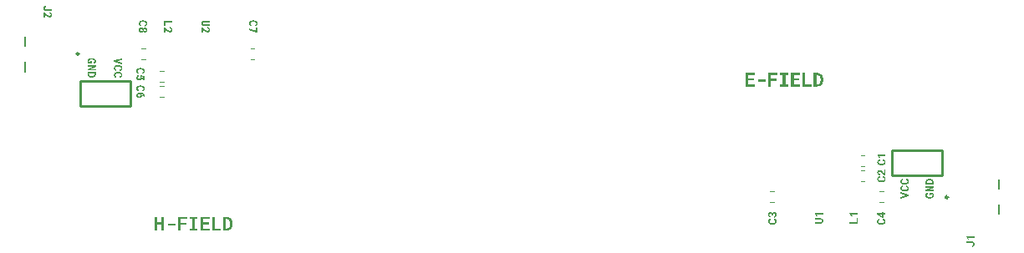
<source format=gto>
G04*
G04 #@! TF.GenerationSoftware,Altium Limited,Altium Designer,20.1.12 (249)*
G04*
G04 Layer_Color=65535*
%FSLAX25Y25*%
%MOIN*%
G70*
G04*
G04 #@! TF.SameCoordinates,B43397F4-0A5E-4D4A-B50E-CAD48B1EF134*
G04*
G04*
G04 #@! TF.FilePolarity,Positive*
G04*
G01*
G75*
%ADD10C,0.00984*%
%ADD11C,0.00787*%
%ADD12C,0.00394*%
%ADD13C,0.01000*%
G36*
X299001Y74625D02*
X295920D01*
Y75458D01*
X299001D01*
Y74625D01*
D02*
G37*
G36*
X319637Y78048D02*
X319767Y78038D01*
X319915Y78010D01*
X320081Y77983D01*
X320248Y77937D01*
X320414Y77872D01*
X320424D01*
X320433Y77863D01*
X320488Y77835D01*
X320571Y77798D01*
X320673Y77742D01*
X320784Y77668D01*
X320914Y77576D01*
X321034Y77474D01*
X321154Y77354D01*
X321173Y77335D01*
X321210Y77298D01*
X321265Y77224D01*
X321330Y77132D01*
X321413Y77021D01*
X321487Y76891D01*
X321570Y76743D01*
X321635Y76577D01*
Y76568D01*
X321644Y76558D01*
X321654Y76530D01*
X321663Y76494D01*
X321691Y76401D01*
X321719Y76281D01*
X321746Y76133D01*
X321774Y75966D01*
X321793Y75781D01*
X321802Y75578D01*
Y75134D01*
Y75125D01*
Y75106D01*
Y75078D01*
Y75041D01*
X321793Y74940D01*
X321783Y74801D01*
X321765Y74653D01*
X321728Y74486D01*
X321691Y74310D01*
X321635Y74135D01*
Y74125D01*
X321626Y74116D01*
X321607Y74061D01*
X321570Y73978D01*
X321515Y73866D01*
X321450Y73746D01*
X321367Y73617D01*
X321274Y73487D01*
X321164Y73358D01*
X321154Y73339D01*
X321108Y73302D01*
X321043Y73247D01*
X320960Y73173D01*
X320849Y73089D01*
X320729Y73006D01*
X320590Y72923D01*
X320433Y72849D01*
X320414Y72840D01*
X320359Y72821D01*
X320275Y72794D01*
X320155Y72766D01*
X320017Y72729D01*
X319859Y72701D01*
X319684Y72682D01*
X319498Y72673D01*
X318046D01*
Y78057D01*
X319535D01*
X319637Y78048D01*
D02*
G37*
G36*
X314642Y73506D02*
X317167Y73506D01*
Y72673D01*
X313597Y72673D01*
Y78057D01*
X314642D01*
Y73506D01*
D02*
G37*
G36*
X312663Y77206D02*
X310091D01*
Y75846D01*
X312302D01*
Y75032D01*
X310091D01*
Y73506D01*
X312681D01*
Y72673D01*
X309046D01*
Y78057D01*
X312663D01*
Y77206D01*
D02*
G37*
G36*
X307788Y77215D02*
X306743D01*
Y73506D01*
X307788D01*
Y72673D01*
X304680D01*
Y73506D01*
X305697D01*
Y77215D01*
X304680D01*
Y78057D01*
X307788D01*
Y77215D01*
D02*
G37*
G36*
X303616Y77206D02*
X301017D01*
Y75744D01*
X303320D01*
Y74902D01*
X301017D01*
Y72673D01*
X299972D01*
Y78057D01*
X303616D01*
Y77206D01*
D02*
G37*
G36*
X294496D02*
X291924D01*
Y75846D01*
X294135D01*
Y75032D01*
X291924D01*
Y73506D01*
X294514D01*
Y72673D01*
X290879D01*
Y78057D01*
X294496D01*
Y77206D01*
D02*
G37*
G36*
X58885Y15173D02*
X57858D01*
Y17504D01*
X56332D01*
Y15173D01*
X55305D01*
Y20557D01*
X56332D01*
Y18346D01*
X57858D01*
Y20557D01*
X58885D01*
Y15173D01*
D02*
G37*
G36*
X63510Y17125D02*
X60430D01*
Y17957D01*
X63510D01*
Y17125D01*
D02*
G37*
G36*
X84146Y20548D02*
X84276Y20538D01*
X84424Y20511D01*
X84591Y20483D01*
X84757Y20437D01*
X84923Y20372D01*
X84933D01*
X84942Y20362D01*
X84997Y20335D01*
X85081Y20298D01*
X85182Y20242D01*
X85294Y20168D01*
X85423Y20076D01*
X85543Y19974D01*
X85663Y19854D01*
X85682Y19835D01*
X85719Y19798D01*
X85774Y19724D01*
X85839Y19632D01*
X85922Y19521D01*
X85997Y19391D01*
X86080Y19243D01*
X86145Y19077D01*
Y19068D01*
X86154Y19058D01*
X86163Y19030D01*
X86172Y18993D01*
X86200Y18901D01*
X86228Y18781D01*
X86256Y18633D01*
X86283Y18466D01*
X86302Y18281D01*
X86311Y18078D01*
Y17634D01*
Y17625D01*
Y17606D01*
Y17578D01*
Y17541D01*
X86302Y17439D01*
X86292Y17301D01*
X86274Y17153D01*
X86237Y16986D01*
X86200Y16811D01*
X86145Y16635D01*
Y16625D01*
X86135Y16616D01*
X86117Y16561D01*
X86080Y16477D01*
X86024Y16366D01*
X85960Y16246D01*
X85876Y16117D01*
X85784Y15987D01*
X85673Y15858D01*
X85663Y15839D01*
X85617Y15802D01*
X85553Y15747D01*
X85469Y15673D01*
X85358Y15589D01*
X85238Y15506D01*
X85099Y15423D01*
X84942Y15349D01*
X84923Y15340D01*
X84868Y15321D01*
X84785Y15293D01*
X84664Y15266D01*
X84526Y15229D01*
X84368Y15201D01*
X84193Y15182D01*
X84008Y15173D01*
X82556D01*
Y20557D01*
X84045D01*
X84146Y20548D01*
D02*
G37*
G36*
X79151Y16006D02*
X81677Y16006D01*
Y15173D01*
X78106Y15173D01*
Y20557D01*
X79151D01*
Y16006D01*
D02*
G37*
G36*
X77172Y19706D02*
X74600D01*
Y18346D01*
X76811D01*
Y17532D01*
X74600D01*
Y16006D01*
X77191D01*
Y15173D01*
X73555D01*
Y20557D01*
X77172D01*
Y19706D01*
D02*
G37*
G36*
X72297Y19715D02*
X71252D01*
Y16006D01*
X72297D01*
Y15173D01*
X69189D01*
Y16006D01*
X70207D01*
Y19715D01*
X69189D01*
Y20557D01*
X72297D01*
Y19715D01*
D02*
G37*
G36*
X68125Y19706D02*
X65526D01*
Y18244D01*
X67830D01*
Y17402D01*
X65526D01*
Y15173D01*
X64481D01*
Y20557D01*
X68125D01*
Y19706D01*
D02*
G37*
G36*
X42274Y83312D02*
X39944Y82707D01*
X42274Y82096D01*
Y81408D01*
X39044Y82390D01*
Y83023D01*
X42274Y84000D01*
Y83312D01*
D02*
G37*
G36*
X40987Y81164D02*
X41065Y81158D01*
X41153Y81147D01*
X41253Y81136D01*
X41359Y81114D01*
X41459Y81086D01*
X41464D01*
X41470Y81081D01*
X41503Y81070D01*
X41553Y81053D01*
X41614Y81025D01*
X41686Y80992D01*
X41764Y80948D01*
X41842Y80903D01*
X41914Y80848D01*
X41925Y80842D01*
X41947Y80820D01*
X41980Y80787D01*
X42025Y80742D01*
X42075Y80687D01*
X42125Y80620D01*
X42169Y80548D01*
X42213Y80470D01*
X42219Y80459D01*
X42230Y80431D01*
X42247Y80387D01*
X42269Y80326D01*
X42286Y80248D01*
X42302Y80165D01*
X42313Y80071D01*
X42319Y79971D01*
Y79926D01*
X42313Y79876D01*
X42308Y79810D01*
X42302Y79738D01*
X42286Y79660D01*
X42269Y79577D01*
X42241Y79499D01*
X42236Y79488D01*
X42230Y79466D01*
X42213Y79427D01*
X42186Y79377D01*
X42158Y79321D01*
X42125Y79266D01*
X42080Y79205D01*
X42030Y79149D01*
X42025Y79144D01*
X42008Y79127D01*
X41975Y79099D01*
X41936Y79066D01*
X41886Y79027D01*
X41825Y78988D01*
X41758Y78949D01*
X41686Y78916D01*
X41675Y78911D01*
X41653Y78900D01*
X41609Y78888D01*
X41553Y78866D01*
X41486Y78850D01*
X41409Y78833D01*
X41326Y78816D01*
X41231Y78805D01*
Y79427D01*
X41237D01*
X41253D01*
X41281Y79432D01*
X41314Y79438D01*
X41398Y79449D01*
X41481Y79471D01*
X41486D01*
X41497Y79477D01*
X41520Y79482D01*
X41547Y79493D01*
X41603Y79527D01*
X41664Y79571D01*
X41669Y79577D01*
X41675Y79582D01*
X41703Y79615D01*
X41742Y79671D01*
X41775Y79738D01*
Y79743D01*
X41780Y79754D01*
X41786Y79776D01*
X41797Y79804D01*
X41803Y79838D01*
X41808Y79876D01*
X41814Y79971D01*
Y79993D01*
X41808Y80021D01*
Y80054D01*
X41786Y80137D01*
X41769Y80182D01*
X41747Y80226D01*
Y80232D01*
X41736Y80243D01*
X41719Y80265D01*
X41703Y80287D01*
X41675Y80315D01*
X41642Y80343D01*
X41609Y80376D01*
X41564Y80404D01*
X41559D01*
X41542Y80415D01*
X41520Y80426D01*
X41486Y80442D01*
X41442Y80459D01*
X41392Y80476D01*
X41331Y80487D01*
X41270Y80503D01*
X41264D01*
X41242Y80509D01*
X41203Y80515D01*
X41159Y80520D01*
X41098Y80526D01*
X41031Y80531D01*
X40959Y80537D01*
X40876D01*
X40437D01*
X40432D01*
X40415D01*
X40393D01*
X40360D01*
X40321Y80531D01*
X40277D01*
X40171Y80520D01*
X40055Y80503D01*
X39938Y80481D01*
X39827Y80448D01*
X39777Y80426D01*
X39733Y80404D01*
X39722Y80398D01*
X39699Y80376D01*
X39660Y80348D01*
X39622Y80298D01*
X39577Y80243D01*
X39538Y80165D01*
X39516Y80076D01*
X39505Y79976D01*
Y79937D01*
X39511Y79893D01*
X39522Y79838D01*
X39538Y79776D01*
X39561Y79710D01*
X39588Y79649D01*
X39633Y79593D01*
X39638Y79588D01*
X39655Y79571D01*
X39688Y79549D01*
X39733Y79521D01*
X39794Y79488D01*
X39866Y79466D01*
X39955Y79443D01*
X40055Y79432D01*
Y78811D01*
X40043D01*
X40016Y78816D01*
X39966Y78822D01*
X39910Y78827D01*
X39838Y78844D01*
X39766Y78861D01*
X39688Y78888D01*
X39610Y78916D01*
X39599Y78922D01*
X39577Y78933D01*
X39544Y78949D01*
X39494Y78977D01*
X39444Y79011D01*
X39388Y79055D01*
X39333Y79099D01*
X39277Y79155D01*
X39272Y79160D01*
X39255Y79183D01*
X39233Y79216D01*
X39200Y79255D01*
X39167Y79310D01*
X39133Y79371D01*
X39100Y79438D01*
X39072Y79516D01*
X39067Y79527D01*
X39061Y79554D01*
X39050Y79593D01*
X39039Y79654D01*
X39022Y79721D01*
X39011Y79799D01*
X39006Y79882D01*
X39000Y79976D01*
Y80026D01*
X39006Y80082D01*
X39011Y80148D01*
X39022Y80226D01*
X39044Y80315D01*
X39067Y80404D01*
X39100Y80487D01*
X39105Y80498D01*
X39122Y80526D01*
X39144Y80564D01*
X39178Y80615D01*
X39216Y80676D01*
X39266Y80737D01*
X39327Y80798D01*
X39394Y80859D01*
X39405Y80864D01*
X39427Y80881D01*
X39466Y80909D01*
X39522Y80942D01*
X39588Y80981D01*
X39666Y81020D01*
X39755Y81059D01*
X39849Y81092D01*
X39855D01*
X39860Y81097D01*
X39877D01*
X39893Y81103D01*
X39949Y81114D01*
X40021Y81131D01*
X40110Y81147D01*
X40210Y81158D01*
X40321Y81164D01*
X40437Y81169D01*
X40870D01*
X40876D01*
X40887D01*
X40904D01*
X40926D01*
X40987Y81164D01*
D02*
G37*
G36*
Y78439D02*
X41065Y78433D01*
X41153Y78422D01*
X41253Y78411D01*
X41359Y78389D01*
X41459Y78361D01*
X41464D01*
X41470Y78356D01*
X41503Y78345D01*
X41553Y78328D01*
X41614Y78300D01*
X41686Y78267D01*
X41764Y78223D01*
X41842Y78178D01*
X41914Y78123D01*
X41925Y78117D01*
X41947Y78095D01*
X41980Y78061D01*
X42025Y78017D01*
X42075Y77962D01*
X42125Y77895D01*
X42169Y77823D01*
X42213Y77745D01*
X42219Y77734D01*
X42230Y77706D01*
X42247Y77662D01*
X42269Y77601D01*
X42286Y77523D01*
X42302Y77440D01*
X42313Y77346D01*
X42319Y77246D01*
Y77201D01*
X42313Y77151D01*
X42308Y77085D01*
X42302Y77012D01*
X42286Y76935D01*
X42269Y76852D01*
X42241Y76774D01*
X42236Y76763D01*
X42230Y76741D01*
X42213Y76702D01*
X42186Y76652D01*
X42158Y76596D01*
X42125Y76541D01*
X42080Y76480D01*
X42030Y76424D01*
X42025Y76419D01*
X42008Y76402D01*
X41975Y76374D01*
X41936Y76341D01*
X41886Y76302D01*
X41825Y76263D01*
X41758Y76224D01*
X41686Y76191D01*
X41675Y76186D01*
X41653Y76174D01*
X41609Y76163D01*
X41553Y76141D01*
X41486Y76125D01*
X41409Y76108D01*
X41326Y76091D01*
X41231Y76080D01*
Y76702D01*
X41237D01*
X41253D01*
X41281Y76707D01*
X41314Y76713D01*
X41398Y76724D01*
X41481Y76746D01*
X41486D01*
X41497Y76752D01*
X41520Y76757D01*
X41547Y76768D01*
X41603Y76802D01*
X41664Y76846D01*
X41669Y76852D01*
X41675Y76857D01*
X41703Y76890D01*
X41742Y76946D01*
X41775Y77012D01*
Y77018D01*
X41780Y77029D01*
X41786Y77051D01*
X41797Y77079D01*
X41803Y77113D01*
X41808Y77151D01*
X41814Y77246D01*
Y77268D01*
X41808Y77296D01*
Y77329D01*
X41786Y77412D01*
X41769Y77457D01*
X41747Y77501D01*
Y77507D01*
X41736Y77518D01*
X41719Y77540D01*
X41703Y77562D01*
X41675Y77590D01*
X41642Y77618D01*
X41609Y77651D01*
X41564Y77679D01*
X41559D01*
X41542Y77690D01*
X41520Y77701D01*
X41486Y77717D01*
X41442Y77734D01*
X41392Y77751D01*
X41331Y77762D01*
X41270Y77778D01*
X41264D01*
X41242Y77784D01*
X41203Y77789D01*
X41159Y77795D01*
X41098Y77801D01*
X41031Y77806D01*
X40959Y77812D01*
X40876D01*
X40437D01*
X40432D01*
X40415D01*
X40393D01*
X40360D01*
X40321Y77806D01*
X40277D01*
X40171Y77795D01*
X40055Y77778D01*
X39938Y77756D01*
X39827Y77723D01*
X39777Y77701D01*
X39733Y77679D01*
X39722Y77673D01*
X39699Y77651D01*
X39660Y77623D01*
X39622Y77573D01*
X39577Y77518D01*
X39538Y77440D01*
X39516Y77351D01*
X39505Y77251D01*
Y77212D01*
X39511Y77168D01*
X39522Y77113D01*
X39538Y77051D01*
X39561Y76985D01*
X39588Y76924D01*
X39633Y76868D01*
X39638Y76863D01*
X39655Y76846D01*
X39688Y76824D01*
X39733Y76796D01*
X39794Y76763D01*
X39866Y76741D01*
X39955Y76718D01*
X40055Y76707D01*
Y76086D01*
X40043D01*
X40016Y76091D01*
X39966Y76097D01*
X39910Y76102D01*
X39838Y76119D01*
X39766Y76136D01*
X39688Y76163D01*
X39610Y76191D01*
X39599Y76197D01*
X39577Y76208D01*
X39544Y76224D01*
X39494Y76252D01*
X39444Y76285D01*
X39388Y76330D01*
X39333Y76374D01*
X39277Y76430D01*
X39272Y76435D01*
X39255Y76458D01*
X39233Y76491D01*
X39200Y76530D01*
X39167Y76585D01*
X39133Y76646D01*
X39100Y76713D01*
X39072Y76790D01*
X39067Y76802D01*
X39061Y76829D01*
X39050Y76868D01*
X39039Y76929D01*
X39022Y76996D01*
X39011Y77074D01*
X39006Y77157D01*
X39000Y77251D01*
Y77301D01*
X39006Y77357D01*
X39011Y77423D01*
X39022Y77501D01*
X39044Y77590D01*
X39067Y77679D01*
X39100Y77762D01*
X39105Y77773D01*
X39122Y77801D01*
X39144Y77839D01*
X39178Y77889D01*
X39216Y77951D01*
X39266Y78012D01*
X39327Y78073D01*
X39394Y78134D01*
X39405Y78139D01*
X39427Y78156D01*
X39466Y78184D01*
X39522Y78217D01*
X39588Y78256D01*
X39666Y78295D01*
X39755Y78333D01*
X39849Y78367D01*
X39855D01*
X39860Y78372D01*
X39877D01*
X39893Y78378D01*
X39949Y78389D01*
X40021Y78406D01*
X40110Y78422D01*
X40210Y78433D01*
X40321Y78439D01*
X40437Y78444D01*
X40870D01*
X40876D01*
X40887D01*
X40904D01*
X40926D01*
X40987Y78439D01*
D02*
G37*
G36*
X30498Y83994D02*
X30581Y83989D01*
X30670Y83978D01*
X30775Y83961D01*
X30881Y83939D01*
X30981Y83911D01*
X30986D01*
X30992Y83906D01*
X31025Y83895D01*
X31075Y83872D01*
X31136Y83845D01*
X31208Y83811D01*
X31286Y83767D01*
X31364Y83717D01*
X31436Y83662D01*
X31447Y83656D01*
X31469Y83634D01*
X31503Y83600D01*
X31541Y83556D01*
X31586Y83500D01*
X31636Y83434D01*
X31680Y83367D01*
X31719Y83290D01*
X31725Y83279D01*
X31736Y83251D01*
X31752Y83206D01*
X31769Y83151D01*
X31786Y83079D01*
X31802Y83001D01*
X31813Y82912D01*
X31819Y82823D01*
Y82779D01*
X31813Y82729D01*
X31808Y82662D01*
X31802Y82585D01*
X31791Y82507D01*
X31769Y82424D01*
X31747Y82346D01*
X31741Y82335D01*
X31736Y82313D01*
X31719Y82274D01*
X31697Y82224D01*
X31669Y82174D01*
X31636Y82113D01*
X31591Y82057D01*
X31547Y82002D01*
X31541Y81997D01*
X31525Y81980D01*
X31497Y81952D01*
X31458Y81924D01*
X31414Y81885D01*
X31358Y81852D01*
X31297Y81819D01*
X31231Y81786D01*
X31225Y81780D01*
X31197Y81774D01*
X31158Y81758D01*
X31108Y81741D01*
X31047Y81725D01*
X30975Y81708D01*
X30898Y81691D01*
X30814Y81680D01*
Y82291D01*
X30820D01*
X30825D01*
X30853Y82296D01*
X30898Y82307D01*
X30953Y82318D01*
X31014Y82341D01*
X31075Y82363D01*
X31136Y82396D01*
X31186Y82440D01*
X31192Y82446D01*
X31208Y82463D01*
X31225Y82490D01*
X31253Y82529D01*
X31275Y82579D01*
X31292Y82646D01*
X31308Y82718D01*
X31314Y82807D01*
Y82829D01*
X31308Y82851D01*
Y82879D01*
X31286Y82951D01*
X31275Y82990D01*
X31253Y83029D01*
Y83034D01*
X31242Y83045D01*
X31225Y83062D01*
X31208Y83090D01*
X31153Y83145D01*
X31075Y83206D01*
X31070Y83212D01*
X31053Y83217D01*
X31031Y83234D01*
X30997Y83251D01*
X30953Y83267D01*
X30903Y83290D01*
X30842Y83312D01*
X30781Y83328D01*
X30775D01*
X30753Y83334D01*
X30714Y83340D01*
X30665Y83351D01*
X30609Y83356D01*
X30542Y83367D01*
X30465Y83373D01*
X30382D01*
X29937D01*
X29932D01*
X29915D01*
X29893D01*
X29865Y83367D01*
X29826D01*
X29782Y83362D01*
X29682Y83351D01*
X29566Y83334D01*
X29449Y83306D01*
X29338Y83273D01*
X29238Y83223D01*
X29227Y83217D01*
X29199Y83195D01*
X29160Y83156D01*
X29122Y83106D01*
X29077Y83045D01*
X29038Y82968D01*
X29011Y82873D01*
X29005Y82818D01*
X29000Y82762D01*
Y82718D01*
X29005Y82674D01*
X29011Y82624D01*
Y82613D01*
X29016Y82579D01*
X29027Y82535D01*
X29038Y82490D01*
Y82485D01*
X29044Y82479D01*
X29055Y82451D01*
X29066Y82413D01*
X29083Y82379D01*
X29088Y82368D01*
X29099Y82352D01*
X29116Y82329D01*
X29138Y82307D01*
X29726Y82302D01*
Y82840D01*
X30193D01*
Y81680D01*
X28916D01*
X28911D01*
X28905Y81691D01*
X28872Y81725D01*
X28822Y81774D01*
X28766Y81847D01*
X28761Y81852D01*
X28755Y81863D01*
X28739Y81885D01*
X28722Y81913D01*
X28700Y81952D01*
X28678Y81991D01*
X28633Y82091D01*
Y82096D01*
X28622Y82119D01*
X28611Y82146D01*
X28600Y82185D01*
X28583Y82235D01*
X28567Y82285D01*
X28550Y82346D01*
X28539Y82413D01*
Y82418D01*
X28533Y82446D01*
X28528Y82479D01*
X28522Y82529D01*
X28511Y82585D01*
X28506Y82651D01*
X28500Y82718D01*
Y82840D01*
X28506Y82896D01*
X28511Y82957D01*
X28522Y83034D01*
X28539Y83118D01*
X28561Y83206D01*
X28594Y83290D01*
X28600Y83301D01*
X28611Y83328D01*
X28633Y83367D01*
X28666Y83423D01*
X28705Y83478D01*
X28755Y83545D01*
X28811Y83612D01*
X28877Y83673D01*
X28888Y83678D01*
X28911Y83700D01*
X28949Y83728D01*
X29005Y83761D01*
X29066Y83800D01*
X29144Y83839D01*
X29233Y83878D01*
X29327Y83917D01*
X29333D01*
X29338Y83922D01*
X29355D01*
X29377Y83928D01*
X29427Y83944D01*
X29505Y83956D01*
X29593Y83972D01*
X29699Y83989D01*
X29815Y83994D01*
X29937Y84000D01*
X30376D01*
X30382D01*
X30393D01*
X30409D01*
X30431D01*
X30498Y83994D01*
D02*
G37*
G36*
X31775Y80564D02*
X29699Y79671D01*
X31775D01*
Y79044D01*
X28544D01*
Y79665D01*
X30626Y80564D01*
X28544D01*
Y81192D01*
X31775D01*
Y80564D01*
D02*
G37*
G36*
Y77573D02*
X31769Y77512D01*
X31763Y77434D01*
X31747Y77346D01*
X31730Y77246D01*
X31702Y77146D01*
X31664Y77046D01*
Y77040D01*
X31658Y77035D01*
X31641Y77001D01*
X31619Y76951D01*
X31586Y76890D01*
X31541Y76824D01*
X31486Y76746D01*
X31425Y76674D01*
X31353Y76602D01*
X31342Y76591D01*
X31319Y76569D01*
X31275Y76535D01*
X31220Y76496D01*
X31153Y76446D01*
X31075Y76402D01*
X30986Y76352D01*
X30887Y76313D01*
X30881D01*
X30875Y76308D01*
X30859Y76302D01*
X30836Y76297D01*
X30781Y76280D01*
X30709Y76263D01*
X30620Y76247D01*
X30520Y76230D01*
X30409Y76219D01*
X30287Y76213D01*
X30021D01*
X30015D01*
X30004D01*
X29987D01*
X29965D01*
X29904Y76219D01*
X29821Y76224D01*
X29732Y76236D01*
X29632Y76258D01*
X29527Y76280D01*
X29421Y76313D01*
X29416D01*
X29410Y76319D01*
X29377Y76330D01*
X29327Y76352D01*
X29260Y76385D01*
X29188Y76424D01*
X29111Y76474D01*
X29033Y76530D01*
X28955Y76596D01*
X28944Y76602D01*
X28922Y76630D01*
X28888Y76668D01*
X28844Y76718D01*
X28794Y76785D01*
X28744Y76857D01*
X28694Y76940D01*
X28650Y77035D01*
X28644Y77046D01*
X28633Y77079D01*
X28617Y77129D01*
X28600Y77201D01*
X28578Y77284D01*
X28561Y77379D01*
X28550Y77484D01*
X28544Y77595D01*
Y78467D01*
X31775D01*
Y77573D01*
D02*
G37*
G36*
X11952Y104354D02*
X11946D01*
X11940D01*
X11907D01*
X11863Y104349D01*
X11807Y104338D01*
X11746Y104326D01*
X11685Y104310D01*
X11624Y104282D01*
X11574Y104243D01*
X11569Y104238D01*
X11558Y104221D01*
X11535Y104193D01*
X11519Y104154D01*
X11496Y104104D01*
X11474Y104043D01*
X11463Y103971D01*
X11458Y103888D01*
Y103849D01*
X11463Y103821D01*
X11474Y103760D01*
X11496Y103694D01*
Y103688D01*
X11502Y103677D01*
X11513Y103660D01*
X11530Y103644D01*
X11563Y103594D01*
X11607Y103544D01*
X11613Y103538D01*
X11619Y103533D01*
X11635Y103522D01*
X11657Y103511D01*
X11713Y103477D01*
X11779Y103449D01*
X11785D01*
X11796Y103444D01*
X11818Y103438D01*
X11846Y103427D01*
X11913Y103416D01*
X11990Y103411D01*
X14233D01*
Y102789D01*
X11990D01*
X11979D01*
X11952D01*
X11907Y102795D01*
X11852Y102800D01*
X11785Y102811D01*
X11718Y102828D01*
X11641Y102850D01*
X11569Y102878D01*
X11563Y102883D01*
X11535Y102894D01*
X11502Y102911D01*
X11458Y102939D01*
X11408Y102972D01*
X11352Y103011D01*
X11297Y103056D01*
X11241Y103111D01*
X11236Y103117D01*
X11219Y103139D01*
X11197Y103166D01*
X11163Y103211D01*
X11130Y103261D01*
X11097Y103322D01*
X11063Y103389D01*
X11030Y103461D01*
X11025Y103472D01*
X11019Y103494D01*
X11008Y103538D01*
X10997Y103588D01*
X10980Y103655D01*
X10969Y103727D01*
X10964Y103805D01*
X10958Y103888D01*
Y103927D01*
X10964Y103977D01*
Y104032D01*
X10975Y104104D01*
X10986Y104177D01*
X10997Y104254D01*
X11019Y104332D01*
X11025Y104343D01*
X11030Y104365D01*
X11047Y104404D01*
X11063Y104448D01*
X11091Y104504D01*
X11125Y104560D01*
X11158Y104621D01*
X11202Y104676D01*
X11208Y104682D01*
X11225Y104698D01*
X11252Y104726D01*
X11286Y104759D01*
X11330Y104793D01*
X11385Y104832D01*
X11441Y104870D01*
X11507Y104904D01*
X11519Y104909D01*
X11541Y104915D01*
X11580Y104926D01*
X11635Y104943D01*
X11702Y104959D01*
X11774Y104970D01*
X11857Y104976D01*
X11952Y104981D01*
Y104354D01*
D02*
G37*
G36*
X13300Y102339D02*
X13356Y102334D01*
X13417Y102328D01*
X13483Y102312D01*
X13555Y102295D01*
X13628Y102267D01*
X13639Y102262D01*
X13661Y102251D01*
X13694Y102234D01*
X13744Y102206D01*
X13794Y102173D01*
X13855Y102134D01*
X13911Y102090D01*
X13966Y102034D01*
X13972Y102029D01*
X13988Y102006D01*
X14016Y101973D01*
X14049Y101934D01*
X14083Y101879D01*
X14122Y101818D01*
X14160Y101751D01*
X14194Y101673D01*
X14199Y101662D01*
X14205Y101635D01*
X14221Y101590D01*
X14238Y101535D01*
X14249Y101468D01*
X14266Y101385D01*
X14271Y101296D01*
X14277Y101202D01*
Y101163D01*
X14271Y101113D01*
X14266Y101058D01*
X14260Y100991D01*
X14249Y100913D01*
X14227Y100841D01*
X14205Y100769D01*
X14199Y100758D01*
X14194Y100736D01*
X14177Y100702D01*
X14155Y100658D01*
X14127Y100602D01*
X14094Y100552D01*
X14055Y100497D01*
X14011Y100447D01*
X14005Y100441D01*
X13988Y100425D01*
X13961Y100403D01*
X13927Y100375D01*
X13883Y100341D01*
X13833Y100308D01*
X13778Y100280D01*
X13711Y100253D01*
X13705Y100247D01*
X13683Y100242D01*
X13644Y100231D01*
X13600Y100219D01*
X13544Y100208D01*
X13478Y100197D01*
X13406Y100186D01*
X13328D01*
X13322D01*
X13300D01*
X13272D01*
X13234Y100192D01*
X13184Y100197D01*
X13134Y100208D01*
X13023Y100236D01*
X13017D01*
X13001Y100247D01*
X12967Y100258D01*
X12934Y100275D01*
X12889Y100292D01*
X12840Y100319D01*
X12734Y100380D01*
X12729Y100386D01*
X12712Y100397D01*
X12684Y100419D01*
X12645Y100441D01*
X12601Y100475D01*
X12557Y100514D01*
X12445Y100602D01*
X12440Y100608D01*
X12423Y100625D01*
X12390Y100652D01*
X12351Y100686D01*
X12307Y100730D01*
X12257Y100774D01*
X12140Y100885D01*
X11496Y101496D01*
Y100075D01*
X11003D01*
Y102284D01*
X11419D01*
X12545Y101235D01*
X12551Y101230D01*
X12568Y101213D01*
X12595Y101191D01*
X12623Y101163D01*
X12701Y101096D01*
X12784Y101030D01*
X12790Y101024D01*
X12801Y101013D01*
X12823Y101002D01*
X12851Y100980D01*
X12917Y100941D01*
X12984Y100897D01*
X12989D01*
X13001Y100885D01*
X13017Y100880D01*
X13039Y100863D01*
X13089Y100841D01*
X13150Y100819D01*
X13156D01*
X13161Y100813D01*
X13200Y100808D01*
X13250Y100802D01*
X13306Y100797D01*
X13311D01*
X13322D01*
X13345D01*
X13367Y100802D01*
X13428Y100808D01*
X13494Y100830D01*
X13500D01*
X13511Y100836D01*
X13544Y100852D01*
X13594Y100874D01*
X13639Y100913D01*
X13644D01*
X13650Y100924D01*
X13672Y100952D01*
X13700Y100996D01*
X13727Y101052D01*
Y101058D01*
X13733Y101063D01*
X13739Y101080D01*
X13744Y101102D01*
X13755Y101157D01*
X13761Y101224D01*
Y101268D01*
X13755Y101313D01*
X13744Y101368D01*
X13727Y101429D01*
X13700Y101490D01*
X13667Y101551D01*
X13616Y101607D01*
X13611Y101612D01*
X13589Y101624D01*
X13561Y101646D01*
X13517Y101668D01*
X13461Y101690D01*
X13395Y101712D01*
X13311Y101724D01*
X13223Y101729D01*
Y102345D01*
X13234D01*
X13261D01*
X13300Y102339D01*
D02*
G37*
G36*
X49945Y73017D02*
X50023Y73012D01*
X50112Y73001D01*
X50211Y72990D01*
X50317Y72967D01*
X50417Y72940D01*
X50422D01*
X50428Y72934D01*
X50461Y72923D01*
X50511Y72906D01*
X50572Y72879D01*
X50644Y72845D01*
X50722Y72801D01*
X50800Y72757D01*
X50872Y72701D01*
X50883Y72695D01*
X50905Y72673D01*
X50938Y72640D01*
X50983Y72596D01*
X51033Y72540D01*
X51083Y72474D01*
X51127Y72401D01*
X51172Y72324D01*
X51177Y72313D01*
X51188Y72285D01*
X51205Y72240D01*
X51227Y72179D01*
X51244Y72102D01*
X51260Y72018D01*
X51271Y71924D01*
X51277Y71824D01*
Y71780D01*
X51271Y71730D01*
X51266Y71663D01*
X51260Y71591D01*
X51244Y71513D01*
X51227Y71430D01*
X51199Y71352D01*
X51194Y71341D01*
X51188Y71319D01*
X51172Y71280D01*
X51144Y71230D01*
X51116Y71175D01*
X51083Y71119D01*
X51038Y71058D01*
X50988Y71003D01*
X50983Y70997D01*
X50966Y70981D01*
X50933Y70953D01*
X50894Y70920D01*
X50844Y70881D01*
X50783Y70842D01*
X50716Y70803D01*
X50644Y70770D01*
X50633Y70764D01*
X50611Y70753D01*
X50567Y70742D01*
X50511Y70720D01*
X50445Y70703D01*
X50367Y70686D01*
X50284Y70670D01*
X50189Y70659D01*
Y71280D01*
X50195D01*
X50211D01*
X50239Y71286D01*
X50272Y71291D01*
X50356Y71302D01*
X50439Y71325D01*
X50445D01*
X50456Y71330D01*
X50478Y71336D01*
X50506Y71347D01*
X50561Y71380D01*
X50622Y71425D01*
X50628Y71430D01*
X50633Y71436D01*
X50661Y71469D01*
X50700Y71525D01*
X50733Y71591D01*
Y71597D01*
X50739Y71608D01*
X50744Y71630D01*
X50755Y71658D01*
X50761Y71691D01*
X50766Y71730D01*
X50772Y71824D01*
Y71846D01*
X50766Y71874D01*
Y71907D01*
X50744Y71991D01*
X50728Y72035D01*
X50705Y72079D01*
Y72085D01*
X50694Y72096D01*
X50678Y72118D01*
X50661Y72141D01*
X50633Y72168D01*
X50600Y72196D01*
X50567Y72229D01*
X50522Y72257D01*
X50517D01*
X50500Y72268D01*
X50478Y72279D01*
X50445Y72296D01*
X50400Y72313D01*
X50350Y72329D01*
X50289Y72340D01*
X50228Y72357D01*
X50222D01*
X50200Y72363D01*
X50161Y72368D01*
X50117Y72374D01*
X50056Y72379D01*
X49989Y72385D01*
X49917Y72390D01*
X49834D01*
X49395D01*
X49390D01*
X49373D01*
X49351D01*
X49318D01*
X49279Y72385D01*
X49235D01*
X49129Y72374D01*
X49013Y72357D01*
X48896Y72335D01*
X48785Y72302D01*
X48735Y72279D01*
X48691Y72257D01*
X48680Y72251D01*
X48657Y72229D01*
X48619Y72202D01*
X48580Y72152D01*
X48535Y72096D01*
X48496Y72018D01*
X48474Y71930D01*
X48463Y71830D01*
Y71791D01*
X48469Y71746D01*
X48480Y71691D01*
X48496Y71630D01*
X48519Y71563D01*
X48546Y71502D01*
X48591Y71447D01*
X48596Y71441D01*
X48613Y71425D01*
X48646Y71402D01*
X48691Y71375D01*
X48752Y71341D01*
X48824Y71319D01*
X48913Y71297D01*
X49013Y71286D01*
Y70664D01*
X49002D01*
X48974Y70670D01*
X48924Y70675D01*
X48868Y70681D01*
X48796Y70697D01*
X48724Y70714D01*
X48646Y70742D01*
X48569Y70770D01*
X48557Y70775D01*
X48535Y70786D01*
X48502Y70803D01*
X48452Y70831D01*
X48402Y70864D01*
X48347Y70908D01*
X48291Y70953D01*
X48236Y71008D01*
X48230Y71014D01*
X48213Y71036D01*
X48191Y71069D01*
X48158Y71108D01*
X48125Y71164D01*
X48091Y71225D01*
X48058Y71291D01*
X48030Y71369D01*
X48025Y71380D01*
X48019Y71408D01*
X48008Y71447D01*
X47997Y71508D01*
X47980Y71574D01*
X47969Y71652D01*
X47964Y71735D01*
X47958Y71830D01*
Y71880D01*
X47964Y71935D01*
X47969Y72002D01*
X47980Y72079D01*
X48002Y72168D01*
X48025Y72257D01*
X48058Y72340D01*
X48063Y72351D01*
X48080Y72379D01*
X48102Y72418D01*
X48136Y72468D01*
X48175Y72529D01*
X48224Y72590D01*
X48286Y72651D01*
X48352Y72712D01*
X48363Y72718D01*
X48385Y72734D01*
X48424Y72762D01*
X48480Y72795D01*
X48546Y72834D01*
X48624Y72873D01*
X48713Y72912D01*
X48807Y72945D01*
X48813D01*
X48818Y72951D01*
X48835D01*
X48852Y72956D01*
X48907Y72967D01*
X48979Y72984D01*
X49068Y73001D01*
X49168Y73012D01*
X49279Y73017D01*
X49395Y73023D01*
X49828D01*
X49834D01*
X49845D01*
X49862D01*
X49884D01*
X49945Y73017D01*
D02*
G37*
G36*
X49573Y70237D02*
X49612D01*
X49706Y70231D01*
X49817Y70215D01*
X49934Y70198D01*
X50062Y70170D01*
X50184Y70137D01*
X50189D01*
X50200Y70131D01*
X50217Y70126D01*
X50239Y70115D01*
X50300Y70093D01*
X50378Y70059D01*
X50467Y70015D01*
X50561Y69959D01*
X50655Y69898D01*
X50750Y69826D01*
X50755D01*
X50761Y69815D01*
X50789Y69787D01*
X50833Y69743D01*
X50889Y69687D01*
X50944Y69610D01*
X51005Y69526D01*
X51066Y69427D01*
X51122Y69316D01*
Y69310D01*
X51127Y69299D01*
X51133Y69282D01*
X51144Y69260D01*
X51155Y69232D01*
X51166Y69194D01*
X51194Y69110D01*
X51216Y69005D01*
X51238Y68883D01*
X51255Y68749D01*
X51260Y68605D01*
Y68522D01*
X50744D01*
Y68594D01*
X50739Y68644D01*
Y68700D01*
X50728Y68766D01*
X50716Y68838D01*
X50700Y68916D01*
X50678Y68988D01*
Y68994D01*
X50666Y69021D01*
X50650Y69055D01*
X50633Y69099D01*
X50605Y69149D01*
X50578Y69205D01*
X50500Y69310D01*
X50494Y69316D01*
X50478Y69332D01*
X50456Y69354D01*
X50422Y69388D01*
X50378Y69421D01*
X50333Y69454D01*
X50278Y69488D01*
X50217Y69521D01*
X50211Y69526D01*
X50189Y69532D01*
X50156Y69543D01*
X50112Y69560D01*
X50056Y69576D01*
X49995Y69593D01*
X49923Y69604D01*
X49851Y69615D01*
X49862Y69604D01*
X49884Y69582D01*
X49923Y69543D01*
X49962Y69499D01*
Y69493D01*
X49973Y69488D01*
X49995Y69454D01*
X50023Y69410D01*
X50056Y69349D01*
Y69343D01*
X50062Y69332D01*
X50073Y69316D01*
X50084Y69293D01*
X50106Y69238D01*
X50128Y69166D01*
Y69160D01*
X50134Y69149D01*
X50139Y69127D01*
X50145Y69099D01*
X50150Y69033D01*
X50156Y68955D01*
Y68916D01*
X50150Y68872D01*
X50145Y68816D01*
X50134Y68755D01*
X50117Y68683D01*
X50095Y68616D01*
X50067Y68550D01*
X50062Y68544D01*
X50050Y68522D01*
X50034Y68489D01*
X50006Y68450D01*
X49973Y68405D01*
X49928Y68355D01*
X49884Y68311D01*
X49828Y68267D01*
X49823Y68261D01*
X49801Y68250D01*
X49773Y68228D01*
X49729Y68200D01*
X49679Y68172D01*
X49617Y68145D01*
X49551Y68117D01*
X49479Y68095D01*
X49468Y68089D01*
X49446Y68084D01*
X49407Y68072D01*
X49357Y68061D01*
X49290Y68050D01*
X49224Y68045D01*
X49146Y68033D01*
X49062D01*
X49051D01*
X49024D01*
X48979Y68039D01*
X48918Y68045D01*
X48852Y68050D01*
X48779Y68067D01*
X48702Y68084D01*
X48624Y68111D01*
X48613Y68117D01*
X48591Y68128D01*
X48552Y68145D01*
X48507Y68167D01*
X48452Y68200D01*
X48391Y68233D01*
X48330Y68278D01*
X48274Y68328D01*
X48269Y68333D01*
X48252Y68350D01*
X48224Y68383D01*
X48191Y68422D01*
X48152Y68472D01*
X48114Y68528D01*
X48075Y68594D01*
X48041Y68666D01*
X48036Y68677D01*
X48030Y68700D01*
X48014Y68744D01*
X48002Y68799D01*
X47986Y68866D01*
X47969Y68938D01*
X47964Y69027D01*
X47958Y69116D01*
Y69160D01*
X47964Y69210D01*
X47969Y69271D01*
X47980Y69343D01*
X47997Y69427D01*
X48019Y69504D01*
X48052Y69587D01*
X48058Y69599D01*
X48069Y69621D01*
X48091Y69660D01*
X48119Y69710D01*
X48158Y69765D01*
X48202Y69821D01*
X48258Y69882D01*
X48319Y69937D01*
X48324Y69943D01*
X48352Y69959D01*
X48385Y69987D01*
X48435Y70020D01*
X48491Y70054D01*
X48563Y70093D01*
X48641Y70131D01*
X48724Y70165D01*
X48735Y70170D01*
X48763Y70176D01*
X48813Y70187D01*
X48874Y70204D01*
X48952Y70220D01*
X49040Y70231D01*
X49135Y70237D01*
X49235Y70242D01*
X49473D01*
X49479D01*
X49490D01*
X49512D01*
X49540D01*
X49573Y70237D01*
D02*
G37*
G36*
X49945Y80012D02*
X50023Y80006D01*
X50112Y79995D01*
X50211Y79984D01*
X50317Y79962D01*
X50417Y79934D01*
X50422D01*
X50428Y79929D01*
X50461Y79918D01*
X50511Y79901D01*
X50572Y79873D01*
X50644Y79840D01*
X50722Y79795D01*
X50800Y79751D01*
X50872Y79695D01*
X50883Y79690D01*
X50905Y79668D01*
X50938Y79634D01*
X50983Y79590D01*
X51033Y79535D01*
X51083Y79468D01*
X51127Y79396D01*
X51171Y79318D01*
X51177Y79307D01*
X51188Y79279D01*
X51205Y79235D01*
X51227Y79174D01*
X51244Y79096D01*
X51260Y79013D01*
X51271Y78918D01*
X51277Y78819D01*
Y78774D01*
X51271Y78724D01*
X51266Y78658D01*
X51260Y78585D01*
X51244Y78508D01*
X51227Y78425D01*
X51199Y78347D01*
X51194Y78336D01*
X51188Y78314D01*
X51171Y78275D01*
X51144Y78225D01*
X51116Y78169D01*
X51083Y78114D01*
X51038Y78053D01*
X50988Y77997D01*
X50983Y77992D01*
X50966Y77975D01*
X50933Y77947D01*
X50894Y77914D01*
X50844Y77875D01*
X50783Y77836D01*
X50716Y77797D01*
X50644Y77764D01*
X50633Y77759D01*
X50611Y77747D01*
X50567Y77736D01*
X50511Y77714D01*
X50445Y77697D01*
X50367Y77681D01*
X50283Y77664D01*
X50189Y77653D01*
Y78275D01*
X50195D01*
X50211D01*
X50239Y78280D01*
X50272Y78286D01*
X50356Y78297D01*
X50439Y78319D01*
X50445D01*
X50456Y78325D01*
X50478Y78330D01*
X50506Y78341D01*
X50561Y78375D01*
X50622Y78419D01*
X50628Y78425D01*
X50633Y78430D01*
X50661Y78463D01*
X50700Y78519D01*
X50733Y78585D01*
Y78591D01*
X50739Y78602D01*
X50744Y78624D01*
X50755Y78652D01*
X50761Y78685D01*
X50766Y78724D01*
X50772Y78819D01*
Y78841D01*
X50766Y78869D01*
Y78902D01*
X50744Y78985D01*
X50727Y79030D01*
X50705Y79074D01*
Y79080D01*
X50694Y79091D01*
X50678Y79113D01*
X50661Y79135D01*
X50633Y79163D01*
X50600Y79190D01*
X50567Y79224D01*
X50522Y79251D01*
X50517D01*
X50500Y79263D01*
X50478Y79274D01*
X50445Y79290D01*
X50400Y79307D01*
X50350Y79324D01*
X50289Y79335D01*
X50228Y79351D01*
X50222D01*
X50200Y79357D01*
X50161Y79362D01*
X50117Y79368D01*
X50056Y79374D01*
X49989Y79379D01*
X49917Y79385D01*
X49834D01*
X49395D01*
X49390D01*
X49373D01*
X49351D01*
X49318D01*
X49279Y79379D01*
X49235D01*
X49129Y79368D01*
X49013Y79351D01*
X48896Y79329D01*
X48785Y79296D01*
X48735Y79274D01*
X48691Y79251D01*
X48680Y79246D01*
X48657Y79224D01*
X48619Y79196D01*
X48580Y79146D01*
X48535Y79091D01*
X48496Y79013D01*
X48474Y78924D01*
X48463Y78824D01*
Y78785D01*
X48469Y78741D01*
X48480Y78685D01*
X48496Y78624D01*
X48519Y78558D01*
X48546Y78497D01*
X48591Y78441D01*
X48596Y78436D01*
X48613Y78419D01*
X48646Y78397D01*
X48691Y78369D01*
X48752Y78336D01*
X48824Y78314D01*
X48913Y78291D01*
X49013Y78280D01*
Y77659D01*
X49002D01*
X48974Y77664D01*
X48924Y77670D01*
X48868Y77675D01*
X48796Y77692D01*
X48724Y77709D01*
X48646Y77736D01*
X48569Y77764D01*
X48557Y77770D01*
X48535Y77781D01*
X48502Y77797D01*
X48452Y77825D01*
X48402Y77859D01*
X48347Y77903D01*
X48291Y77947D01*
X48236Y78003D01*
X48230Y78008D01*
X48213Y78031D01*
X48191Y78064D01*
X48158Y78103D01*
X48125Y78158D01*
X48091Y78219D01*
X48058Y78286D01*
X48030Y78364D01*
X48025Y78375D01*
X48019Y78402D01*
X48008Y78441D01*
X47997Y78502D01*
X47980Y78569D01*
X47969Y78647D01*
X47964Y78730D01*
X47958Y78824D01*
Y78874D01*
X47964Y78930D01*
X47969Y78996D01*
X47980Y79074D01*
X48002Y79163D01*
X48025Y79251D01*
X48058Y79335D01*
X48063Y79346D01*
X48080Y79374D01*
X48102Y79413D01*
X48136Y79462D01*
X48175Y79523D01*
X48224Y79584D01*
X48285Y79646D01*
X48352Y79707D01*
X48363Y79712D01*
X48385Y79729D01*
X48424Y79757D01*
X48480Y79790D01*
X48546Y79829D01*
X48624Y79868D01*
X48713Y79906D01*
X48807Y79940D01*
X48813D01*
X48818Y79945D01*
X48835D01*
X48852Y79951D01*
X48907Y79962D01*
X48979Y79979D01*
X49068Y79995D01*
X49168Y80006D01*
X49279Y80012D01*
X49395Y80017D01*
X49828D01*
X49834D01*
X49845D01*
X49862D01*
X49884D01*
X49945Y80012D01*
D02*
G37*
G36*
X48891Y76599D02*
X48879D01*
X48857Y76593D01*
X48818Y76582D01*
X48768Y76571D01*
X48718Y76554D01*
X48663Y76526D01*
X48613Y76493D01*
X48563Y76449D01*
X48557Y76443D01*
X48546Y76427D01*
X48530Y76393D01*
X48507Y76354D01*
X48485Y76310D01*
X48469Y76254D01*
X48458Y76188D01*
X48452Y76116D01*
Y76071D01*
X48458Y76044D01*
X48469Y75977D01*
X48496Y75905D01*
Y75899D01*
X48507Y75888D01*
X48530Y75855D01*
X48569Y75805D01*
X48624Y75761D01*
X48630D01*
X48641Y75749D01*
X48657Y75744D01*
X48680Y75727D01*
X48741Y75705D01*
X48818Y75683D01*
X48824D01*
X48840Y75677D01*
X48863Y75672D01*
X48891Y75666D01*
X48929D01*
X48968Y75661D01*
X49062Y75655D01*
X49068D01*
X49085D01*
X49112D01*
X49140Y75661D01*
X49218Y75666D01*
X49301Y75688D01*
X49307D01*
X49318Y75694D01*
X49340Y75700D01*
X49362Y75711D01*
X49423Y75744D01*
X49484Y75788D01*
X49490Y75794D01*
X49495Y75799D01*
X49529Y75833D01*
X49568Y75888D01*
X49606Y75955D01*
Y75960D01*
X49612Y75972D01*
X49623Y75994D01*
X49629Y76021D01*
X49640Y76055D01*
X49645Y76094D01*
X49651Y76188D01*
Y76243D01*
X49645Y76293D01*
X49634Y76349D01*
Y76354D01*
X49629Y76360D01*
X49623Y76388D01*
X49606Y76427D01*
X49590Y76465D01*
X49584Y76471D01*
X49573Y76493D01*
X49556Y76526D01*
X49534Y76554D01*
X49529Y76560D01*
X49518Y76576D01*
X49495Y76604D01*
X49468Y76632D01*
X49590Y77126D01*
X51233Y76937D01*
Y75144D01*
X50705D01*
Y76432D01*
X49995Y76510D01*
Y76504D01*
X50001Y76499D01*
X50012Y76482D01*
X50023Y76460D01*
X50034Y76432D01*
X50050Y76399D01*
X50078Y76316D01*
Y76310D01*
X50084Y76293D01*
X50095Y76266D01*
X50100Y76232D01*
X50112Y76188D01*
X50117Y76138D01*
X50123Y76082D01*
Y75983D01*
X50117Y75938D01*
X50112Y75883D01*
X50106Y75816D01*
X50089Y75749D01*
X50073Y75677D01*
X50045Y75605D01*
X50039Y75600D01*
X50034Y75572D01*
X50017Y75539D01*
X49989Y75500D01*
X49962Y75450D01*
X49928Y75400D01*
X49884Y75350D01*
X49834Y75300D01*
X49828Y75294D01*
X49812Y75278D01*
X49779Y75256D01*
X49740Y75228D01*
X49690Y75195D01*
X49629Y75161D01*
X49562Y75133D01*
X49490Y75106D01*
X49479Y75100D01*
X49457Y75095D01*
X49412Y75084D01*
X49357Y75072D01*
X49290Y75061D01*
X49212Y75050D01*
X49129Y75039D01*
X49035D01*
X49024D01*
X48996D01*
X48957Y75045D01*
X48902D01*
X48840Y75056D01*
X48768Y75067D01*
X48696Y75084D01*
X48619Y75106D01*
X48607D01*
X48585Y75117D01*
X48552Y75133D01*
X48502Y75150D01*
X48452Y75178D01*
X48391Y75211D01*
X48330Y75256D01*
X48274Y75300D01*
X48269Y75305D01*
X48252Y75322D01*
X48224Y75355D01*
X48191Y75394D01*
X48152Y75439D01*
X48114Y75500D01*
X48075Y75566D01*
X48041Y75639D01*
X48036Y75650D01*
X48030Y75672D01*
X48014Y75716D01*
X48002Y75772D01*
X47986Y75844D01*
X47969Y75921D01*
X47964Y76016D01*
X47958Y76116D01*
Y76149D01*
X47964Y76193D01*
Y76243D01*
X47975Y76305D01*
X47986Y76371D01*
X47997Y76443D01*
X48019Y76515D01*
X48025Y76526D01*
X48030Y76549D01*
X48047Y76587D01*
X48063Y76632D01*
X48091Y76687D01*
X48119Y76743D01*
X48197Y76865D01*
X48202Y76871D01*
X48219Y76887D01*
X48247Y76915D01*
X48280Y76954D01*
X48324Y76993D01*
X48374Y77031D01*
X48430Y77070D01*
X48491Y77109D01*
X48496Y77115D01*
X48524Y77126D01*
X48557Y77137D01*
X48607Y77159D01*
X48669Y77176D01*
X48735Y77192D01*
X48807Y77204D01*
X48891Y77209D01*
Y76599D01*
D02*
G37*
G36*
X77233Y98338D02*
X75090D01*
X75085D01*
X75079D01*
X75063D01*
X75040D01*
X74979Y98332D01*
X74913Y98321D01*
X74835Y98310D01*
X74757Y98293D01*
X74680Y98265D01*
X74613Y98226D01*
X74607Y98221D01*
X74591Y98204D01*
X74563Y98177D01*
X74535Y98143D01*
X74507Y98093D01*
X74480Y98038D01*
X74463Y97971D01*
X74458Y97894D01*
Y97855D01*
X74469Y97816D01*
X74480Y97766D01*
X74496Y97710D01*
X74524Y97655D01*
X74563Y97599D01*
X74613Y97549D01*
X74619Y97544D01*
X74641Y97533D01*
X74680Y97511D01*
X74735Y97488D01*
X74802Y97466D01*
X74885Y97444D01*
X74979Y97427D01*
X75090Y97422D01*
X77233D01*
Y96800D01*
X75090D01*
X75085D01*
X75079D01*
X75046D01*
X74996Y96806D01*
X74929Y96811D01*
X74852Y96817D01*
X74774Y96833D01*
X74691Y96850D01*
X74607Y96878D01*
X74596Y96883D01*
X74574Y96889D01*
X74535Y96906D01*
X74485Y96933D01*
X74430Y96961D01*
X74369Y96994D01*
X74308Y97039D01*
X74252Y97089D01*
X74247Y97094D01*
X74230Y97111D01*
X74202Y97144D01*
X74169Y97183D01*
X74136Y97233D01*
X74097Y97294D01*
X74063Y97361D01*
X74030Y97433D01*
X74025Y97444D01*
X74019Y97466D01*
X74008Y97511D01*
X73997Y97566D01*
X73980Y97633D01*
X73969Y97716D01*
X73964Y97799D01*
X73958Y97894D01*
Y97932D01*
X73964Y97982D01*
X73969Y98038D01*
X73975Y98110D01*
X73991Y98182D01*
X74008Y98260D01*
X74030Y98338D01*
X74036Y98349D01*
X74047Y98371D01*
X74063Y98404D01*
X74086Y98454D01*
X74119Y98504D01*
X74158Y98560D01*
X74202Y98621D01*
X74252Y98676D01*
X74258Y98682D01*
X74280Y98698D01*
X74308Y98726D01*
X74352Y98754D01*
X74402Y98787D01*
X74463Y98826D01*
X74530Y98859D01*
X74607Y98893D01*
X74619Y98898D01*
X74646Y98904D01*
X74691Y98915D01*
X74746Y98926D01*
X74818Y98943D01*
X74902Y98954D01*
X74990Y98959D01*
X75090Y98965D01*
X77233D01*
Y98338D01*
D02*
G37*
G36*
X76300Y96356D02*
X76356Y96351D01*
X76417Y96345D01*
X76483Y96328D01*
X76556Y96312D01*
X76628Y96284D01*
X76639Y96279D01*
X76661Y96267D01*
X76694Y96251D01*
X76744Y96223D01*
X76794Y96190D01*
X76855Y96151D01*
X76911Y96106D01*
X76966Y96051D01*
X76972Y96045D01*
X76988Y96023D01*
X77016Y95990D01*
X77049Y95951D01*
X77083Y95896D01*
X77122Y95834D01*
X77160Y95768D01*
X77194Y95690D01*
X77199Y95679D01*
X77205Y95651D01*
X77222Y95607D01*
X77238Y95551D01*
X77249Y95485D01*
X77266Y95402D01*
X77271Y95313D01*
X77277Y95218D01*
Y95180D01*
X77271Y95130D01*
X77266Y95074D01*
X77260Y95008D01*
X77249Y94930D01*
X77227Y94858D01*
X77205Y94786D01*
X77199Y94775D01*
X77194Y94752D01*
X77177Y94719D01*
X77155Y94674D01*
X77127Y94619D01*
X77094Y94569D01*
X77055Y94514D01*
X77011Y94464D01*
X77005Y94458D01*
X76988Y94441D01*
X76961Y94419D01*
X76927Y94392D01*
X76883Y94358D01*
X76833Y94325D01*
X76777Y94297D01*
X76711Y94269D01*
X76705Y94264D01*
X76683Y94258D01*
X76644Y94247D01*
X76600Y94236D01*
X76544Y94225D01*
X76478Y94214D01*
X76406Y94203D01*
X76328D01*
X76322D01*
X76300D01*
X76272D01*
X76234Y94208D01*
X76184Y94214D01*
X76134Y94225D01*
X76023Y94253D01*
X76017D01*
X76000Y94264D01*
X75967Y94275D01*
X75934Y94292D01*
X75889Y94308D01*
X75840Y94336D01*
X75734Y94397D01*
X75728Y94403D01*
X75712Y94414D01*
X75684Y94436D01*
X75645Y94458D01*
X75601Y94491D01*
X75556Y94530D01*
X75445Y94619D01*
X75440Y94625D01*
X75423Y94641D01*
X75390Y94669D01*
X75351Y94702D01*
X75307Y94747D01*
X75257Y94791D01*
X75140Y94902D01*
X74496Y95513D01*
Y94092D01*
X74002D01*
Y96301D01*
X74419D01*
X75545Y95252D01*
X75551Y95246D01*
X75568Y95230D01*
X75595Y95207D01*
X75623Y95180D01*
X75701Y95113D01*
X75784Y95046D01*
X75790Y95041D01*
X75801Y95030D01*
X75823Y95019D01*
X75851Y94997D01*
X75917Y94958D01*
X75984Y94913D01*
X75989D01*
X76000Y94902D01*
X76017Y94897D01*
X76039Y94880D01*
X76089Y94858D01*
X76150Y94836D01*
X76156D01*
X76161Y94830D01*
X76200Y94824D01*
X76250Y94819D01*
X76306Y94813D01*
X76311D01*
X76322D01*
X76345D01*
X76367Y94819D01*
X76428Y94824D01*
X76494Y94847D01*
X76500D01*
X76511Y94852D01*
X76544Y94869D01*
X76594Y94891D01*
X76639Y94930D01*
X76644D01*
X76650Y94941D01*
X76672Y94969D01*
X76700Y95013D01*
X76727Y95069D01*
Y95074D01*
X76733Y95080D01*
X76739Y95096D01*
X76744Y95119D01*
X76755Y95174D01*
X76761Y95241D01*
Y95285D01*
X76755Y95329D01*
X76744Y95385D01*
X76727Y95446D01*
X76700Y95507D01*
X76666Y95568D01*
X76617Y95624D01*
X76611Y95629D01*
X76589Y95640D01*
X76561Y95662D01*
X76517Y95685D01*
X76461Y95707D01*
X76394Y95729D01*
X76311Y95740D01*
X76222Y95746D01*
Y96362D01*
X76234D01*
X76261D01*
X76300Y96356D01*
D02*
G37*
G36*
X94945Y99009D02*
X95023Y99003D01*
X95112Y98992D01*
X95211Y98981D01*
X95317Y98959D01*
X95417Y98931D01*
X95422D01*
X95428Y98926D01*
X95461Y98915D01*
X95511Y98898D01*
X95572Y98870D01*
X95644Y98837D01*
X95722Y98793D01*
X95800Y98748D01*
X95872Y98693D01*
X95883Y98687D01*
X95905Y98665D01*
X95938Y98632D01*
X95983Y98587D01*
X96033Y98532D01*
X96083Y98465D01*
X96127Y98393D01*
X96172Y98315D01*
X96177Y98304D01*
X96188Y98277D01*
X96205Y98232D01*
X96227Y98171D01*
X96244Y98093D01*
X96260Y98010D01*
X96272Y97916D01*
X96277Y97816D01*
Y97771D01*
X96272Y97721D01*
X96266Y97655D01*
X96260Y97583D01*
X96244Y97505D01*
X96227Y97422D01*
X96199Y97344D01*
X96194Y97333D01*
X96188Y97311D01*
X96172Y97272D01*
X96144Y97222D01*
X96116Y97167D01*
X96083Y97111D01*
X96038Y97050D01*
X95988Y96994D01*
X95983Y96989D01*
X95966Y96972D01*
X95933Y96944D01*
X95894Y96911D01*
X95844Y96872D01*
X95783Y96833D01*
X95716Y96795D01*
X95644Y96761D01*
X95633Y96756D01*
X95611Y96745D01*
X95567Y96734D01*
X95511Y96711D01*
X95445Y96695D01*
X95367Y96678D01*
X95284Y96661D01*
X95189Y96650D01*
Y97272D01*
X95195D01*
X95211D01*
X95239Y97277D01*
X95272Y97283D01*
X95356Y97294D01*
X95439Y97316D01*
X95445D01*
X95456Y97322D01*
X95478Y97327D01*
X95506Y97338D01*
X95561Y97372D01*
X95622Y97416D01*
X95628Y97422D01*
X95633Y97427D01*
X95661Y97461D01*
X95700Y97516D01*
X95733Y97583D01*
Y97588D01*
X95739Y97599D01*
X95744Y97622D01*
X95755Y97649D01*
X95761Y97683D01*
X95766Y97721D01*
X95772Y97816D01*
Y97838D01*
X95766Y97866D01*
Y97899D01*
X95744Y97982D01*
X95727Y98027D01*
X95705Y98071D01*
Y98077D01*
X95694Y98088D01*
X95678Y98110D01*
X95661Y98132D01*
X95633Y98160D01*
X95600Y98188D01*
X95567Y98221D01*
X95522Y98249D01*
X95517D01*
X95500Y98260D01*
X95478Y98271D01*
X95445Y98288D01*
X95400Y98304D01*
X95350Y98321D01*
X95289Y98332D01*
X95228Y98349D01*
X95223D01*
X95200Y98354D01*
X95161Y98360D01*
X95117Y98365D01*
X95056Y98371D01*
X94989Y98376D01*
X94917Y98382D01*
X94834D01*
X94396D01*
X94390D01*
X94373D01*
X94351D01*
X94318D01*
X94279Y98376D01*
X94235D01*
X94129Y98365D01*
X94013Y98349D01*
X93896Y98326D01*
X93785Y98293D01*
X93735Y98271D01*
X93691Y98249D01*
X93680Y98243D01*
X93657Y98221D01*
X93619Y98193D01*
X93580Y98143D01*
X93535Y98088D01*
X93497Y98010D01*
X93474Y97921D01*
X93463Y97821D01*
Y97782D01*
X93469Y97738D01*
X93480Y97683D01*
X93497Y97622D01*
X93519Y97555D01*
X93546Y97494D01*
X93591Y97438D01*
X93596Y97433D01*
X93613Y97416D01*
X93646Y97394D01*
X93691Y97366D01*
X93752Y97333D01*
X93824Y97311D01*
X93913Y97289D01*
X94013Y97277D01*
Y96656D01*
X94002D01*
X93974Y96661D01*
X93924Y96667D01*
X93868Y96672D01*
X93796Y96689D01*
X93724Y96706D01*
X93646Y96734D01*
X93569Y96761D01*
X93558Y96767D01*
X93535Y96778D01*
X93502Y96795D01*
X93452Y96822D01*
X93402Y96856D01*
X93347Y96900D01*
X93291Y96944D01*
X93236Y97000D01*
X93230Y97005D01*
X93213Y97028D01*
X93191Y97061D01*
X93158Y97100D01*
X93125Y97155D01*
X93091Y97216D01*
X93058Y97283D01*
X93030Y97361D01*
X93025Y97372D01*
X93019Y97400D01*
X93008Y97438D01*
X92997Y97500D01*
X92980Y97566D01*
X92969Y97644D01*
X92964Y97727D01*
X92958Y97821D01*
Y97871D01*
X92964Y97927D01*
X92969Y97993D01*
X92980Y98071D01*
X93002Y98160D01*
X93025Y98249D01*
X93058Y98332D01*
X93063Y98343D01*
X93080Y98371D01*
X93102Y98410D01*
X93136Y98460D01*
X93174Y98521D01*
X93225Y98582D01*
X93286Y98643D01*
X93352Y98704D01*
X93363Y98709D01*
X93385Y98726D01*
X93424Y98754D01*
X93480Y98787D01*
X93546Y98826D01*
X93624Y98865D01*
X93713Y98904D01*
X93807Y98937D01*
X93813D01*
X93818Y98943D01*
X93835D01*
X93852Y98948D01*
X93907Y98959D01*
X93979Y98976D01*
X94068Y98992D01*
X94168Y99003D01*
X94279Y99009D01*
X94396Y99015D01*
X94828D01*
X94834D01*
X94845D01*
X94862D01*
X94884D01*
X94945Y99009D01*
D02*
G37*
G36*
X96233Y94042D02*
X95889D01*
X93002Y95302D01*
Y95951D01*
X95727Y94691D01*
Y96312D01*
X96233D01*
Y94042D01*
D02*
G37*
G36*
X50945Y99003D02*
X51023Y98998D01*
X51112Y98987D01*
X51211Y98976D01*
X51317Y98954D01*
X51417Y98926D01*
X51422D01*
X51428Y98920D01*
X51461Y98909D01*
X51511Y98892D01*
X51572Y98865D01*
X51644Y98831D01*
X51722Y98787D01*
X51800Y98743D01*
X51872Y98687D01*
X51883Y98682D01*
X51905Y98659D01*
X51938Y98626D01*
X51983Y98582D01*
X52033Y98526D01*
X52083Y98460D01*
X52127Y98387D01*
X52171Y98310D01*
X52177Y98299D01*
X52188Y98271D01*
X52205Y98226D01*
X52227Y98166D01*
X52244Y98088D01*
X52260Y98005D01*
X52271Y97910D01*
X52277Y97810D01*
Y97766D01*
X52271Y97716D01*
X52266Y97649D01*
X52260Y97577D01*
X52244Y97500D01*
X52227Y97416D01*
X52199Y97338D01*
X52194Y97327D01*
X52188Y97305D01*
X52171Y97266D01*
X52144Y97216D01*
X52116Y97161D01*
X52083Y97105D01*
X52038Y97044D01*
X51988Y96989D01*
X51983Y96983D01*
X51966Y96967D01*
X51933Y96939D01*
X51894Y96906D01*
X51844Y96867D01*
X51783Y96828D01*
X51716Y96789D01*
X51644Y96756D01*
X51633Y96750D01*
X51611Y96739D01*
X51567Y96728D01*
X51511Y96706D01*
X51445Y96689D01*
X51367Y96672D01*
X51284Y96656D01*
X51189Y96645D01*
Y97266D01*
X51195D01*
X51211D01*
X51239Y97272D01*
X51272Y97277D01*
X51356Y97289D01*
X51439Y97311D01*
X51445D01*
X51456Y97316D01*
X51478Y97322D01*
X51506Y97333D01*
X51561Y97366D01*
X51622Y97411D01*
X51628Y97416D01*
X51633Y97422D01*
X51661Y97455D01*
X51700Y97511D01*
X51733Y97577D01*
Y97583D01*
X51739Y97594D01*
X51744Y97616D01*
X51755Y97644D01*
X51761Y97677D01*
X51766Y97716D01*
X51772Y97810D01*
Y97833D01*
X51766Y97860D01*
Y97894D01*
X51744Y97977D01*
X51727Y98021D01*
X51705Y98066D01*
Y98071D01*
X51694Y98082D01*
X51678Y98104D01*
X51661Y98127D01*
X51633Y98154D01*
X51600Y98182D01*
X51567Y98215D01*
X51522Y98243D01*
X51517D01*
X51500Y98254D01*
X51478Y98265D01*
X51445Y98282D01*
X51400Y98299D01*
X51350Y98315D01*
X51289Y98326D01*
X51228Y98343D01*
X51222D01*
X51200Y98349D01*
X51161Y98354D01*
X51117Y98360D01*
X51056Y98365D01*
X50989Y98371D01*
X50917Y98376D01*
X50834D01*
X50396D01*
X50390D01*
X50373D01*
X50351D01*
X50318D01*
X50279Y98371D01*
X50235D01*
X50129Y98360D01*
X50013Y98343D01*
X49896Y98321D01*
X49785Y98288D01*
X49735Y98265D01*
X49691Y98243D01*
X49680Y98238D01*
X49657Y98215D01*
X49619Y98188D01*
X49580Y98138D01*
X49535Y98082D01*
X49496Y98005D01*
X49474Y97916D01*
X49463Y97816D01*
Y97777D01*
X49469Y97733D01*
X49480Y97677D01*
X49496Y97616D01*
X49519Y97549D01*
X49546Y97488D01*
X49591Y97433D01*
X49596Y97427D01*
X49613Y97411D01*
X49646Y97388D01*
X49691Y97361D01*
X49752Y97327D01*
X49824Y97305D01*
X49913Y97283D01*
X50013Y97272D01*
Y96650D01*
X50002D01*
X49974Y96656D01*
X49924Y96661D01*
X49868Y96667D01*
X49796Y96684D01*
X49724Y96700D01*
X49646Y96728D01*
X49569Y96756D01*
X49558Y96761D01*
X49535Y96772D01*
X49502Y96789D01*
X49452Y96817D01*
X49402Y96850D01*
X49347Y96895D01*
X49291Y96939D01*
X49236Y96994D01*
X49230Y97000D01*
X49213Y97022D01*
X49191Y97056D01*
X49158Y97094D01*
X49125Y97150D01*
X49091Y97211D01*
X49058Y97277D01*
X49030Y97355D01*
X49025Y97366D01*
X49019Y97394D01*
X49008Y97433D01*
X48997Y97494D01*
X48980Y97561D01*
X48969Y97638D01*
X48964Y97721D01*
X48958Y97816D01*
Y97866D01*
X48964Y97921D01*
X48969Y97988D01*
X48980Y98066D01*
X49003Y98154D01*
X49025Y98243D01*
X49058Y98326D01*
X49064Y98338D01*
X49080Y98365D01*
X49102Y98404D01*
X49136Y98454D01*
X49174Y98515D01*
X49224Y98576D01*
X49286Y98637D01*
X49352Y98698D01*
X49363Y98704D01*
X49385Y98721D01*
X49424Y98748D01*
X49480Y98782D01*
X49546Y98820D01*
X49624Y98859D01*
X49713Y98898D01*
X49807Y98931D01*
X49813D01*
X49818Y98937D01*
X49835D01*
X49852Y98943D01*
X49907Y98954D01*
X49979Y98970D01*
X50068Y98987D01*
X50168Y98998D01*
X50279Y99003D01*
X50396Y99009D01*
X50828D01*
X50834D01*
X50845D01*
X50862D01*
X50884D01*
X50945Y99003D01*
D02*
G37*
G36*
X49968Y96212D02*
X50046Y96201D01*
X50135Y96184D01*
X50140D01*
X50157Y96179D01*
X50179Y96167D01*
X50207Y96156D01*
X50273Y96123D01*
X50351Y96079D01*
X50357Y96073D01*
X50368Y96068D01*
X50384Y96051D01*
X50412Y96034D01*
X50468Y95984D01*
X50529Y95918D01*
X50534Y95912D01*
X50540Y95901D01*
X50556Y95879D01*
X50573Y95857D01*
X50617Y95790D01*
X50662Y95707D01*
X50668Y95718D01*
X50684Y95740D01*
X50706Y95779D01*
X50740Y95823D01*
X50784Y95873D01*
X50834Y95929D01*
X50889Y95979D01*
X50956Y96029D01*
X50967Y96034D01*
X50989Y96045D01*
X51028Y96068D01*
X51078Y96084D01*
X51139Y96106D01*
X51211Y96129D01*
X51289Y96140D01*
X51372Y96145D01*
X51383D01*
X51411D01*
X51450Y96140D01*
X51506Y96134D01*
X51567Y96129D01*
X51628Y96112D01*
X51694Y96095D01*
X51761Y96073D01*
X51766Y96068D01*
X51789Y96056D01*
X51822Y96040D01*
X51861Y96018D01*
X51905Y95990D01*
X51950Y95951D01*
X51999Y95907D01*
X52044Y95862D01*
X52049Y95857D01*
X52061Y95840D01*
X52083Y95812D01*
X52110Y95773D01*
X52138Y95729D01*
X52166Y95674D01*
X52194Y95613D01*
X52216Y95546D01*
X52222Y95535D01*
X52227Y95513D01*
X52238Y95474D01*
X52249Y95424D01*
X52260Y95363D01*
X52266Y95291D01*
X52277Y95218D01*
Y95096D01*
X52271Y95057D01*
Y95002D01*
X52260Y94941D01*
X52249Y94874D01*
X52238Y94802D01*
X52216Y94730D01*
Y94719D01*
X52205Y94697D01*
X52194Y94663D01*
X52171Y94619D01*
X52149Y94569D01*
X52122Y94514D01*
X52083Y94458D01*
X52044Y94408D01*
X52038Y94403D01*
X52022Y94386D01*
X51999Y94358D01*
X51966Y94330D01*
X51922Y94297D01*
X51877Y94258D01*
X51822Y94225D01*
X51761Y94197D01*
X51755Y94192D01*
X51733Y94186D01*
X51694Y94175D01*
X51650Y94158D01*
X51594Y94142D01*
X51528Y94131D01*
X51456Y94125D01*
X51372Y94120D01*
X51361D01*
X51333D01*
X51289Y94125D01*
X51234Y94136D01*
X51167Y94147D01*
X51100Y94169D01*
X51028Y94197D01*
X50956Y94236D01*
X50950Y94242D01*
X50928Y94258D01*
X50895Y94286D01*
X50851Y94319D01*
X50806Y94369D01*
X50756Y94425D01*
X50706Y94491D01*
X50662Y94564D01*
Y94558D01*
X50656Y94552D01*
X50640Y94525D01*
X50617Y94480D01*
X50584Y94425D01*
X50540Y94364D01*
X50484Y94303D01*
X50423Y94242D01*
X50351Y94186D01*
X50340Y94181D01*
X50318Y94164D01*
X50273Y94142D01*
X50218Y94114D01*
X50151Y94092D01*
X50068Y94070D01*
X49979Y94053D01*
X49885Y94047D01*
X49874D01*
X49846D01*
X49802Y94053D01*
X49746Y94059D01*
X49685Y94070D01*
X49619Y94081D01*
X49546Y94103D01*
X49480Y94131D01*
X49474Y94136D01*
X49452Y94147D01*
X49419Y94164D01*
X49380Y94192D01*
X49336Y94225D01*
X49286Y94264D01*
X49236Y94308D01*
X49191Y94364D01*
X49186Y94369D01*
X49174Y94392D01*
X49152Y94419D01*
X49125Y94458D01*
X49097Y94514D01*
X49069Y94569D01*
X49041Y94636D01*
X49014Y94708D01*
Y94719D01*
X49003Y94741D01*
X48997Y94780D01*
X48986Y94836D01*
X48975Y94897D01*
X48969Y94969D01*
X48958Y95046D01*
Y95169D01*
X48964Y95213D01*
Y95268D01*
X48969Y95335D01*
X48980Y95413D01*
X49014Y95562D01*
X49019Y95574D01*
X49025Y95596D01*
X49041Y95629D01*
X49058Y95679D01*
X49086Y95729D01*
X49114Y95790D01*
X49191Y95907D01*
X49197Y95912D01*
X49213Y95929D01*
X49236Y95957D01*
X49269Y95990D01*
X49313Y96023D01*
X49363Y96062D01*
X49419Y96101D01*
X49480Y96134D01*
X49485Y96140D01*
X49513Y96145D01*
X49546Y96162D01*
X49596Y96173D01*
X49652Y96190D01*
X49724Y96206D01*
X49802Y96212D01*
X49885Y96217D01*
X49891D01*
X49907D01*
X49935D01*
X49968Y96212D01*
D02*
G37*
G36*
X62210Y98313D02*
X59480D01*
Y96797D01*
X58980D01*
Y98940D01*
X62210D01*
Y98313D01*
D02*
G37*
G36*
X61278Y96381D02*
X61334Y96376D01*
X61395Y96370D01*
X61461Y96353D01*
X61533Y96337D01*
X61605Y96309D01*
X61616Y96303D01*
X61639Y96292D01*
X61672Y96276D01*
X61722Y96248D01*
X61772Y96215D01*
X61833Y96176D01*
X61888Y96131D01*
X61944Y96076D01*
X61949Y96070D01*
X61966Y96048D01*
X61994Y96015D01*
X62027Y95976D01*
X62060Y95920D01*
X62099Y95859D01*
X62138Y95793D01*
X62172Y95715D01*
X62177Y95704D01*
X62183Y95676D01*
X62199Y95632D01*
X62216Y95576D01*
X62227Y95510D01*
X62244Y95427D01*
X62249Y95338D01*
X62255Y95243D01*
Y95205D01*
X62249Y95155D01*
X62244Y95099D01*
X62238Y95033D01*
X62227Y94955D01*
X62205Y94883D01*
X62183Y94810D01*
X62177Y94799D01*
X62172Y94777D01*
X62155Y94744D01*
X62133Y94700D01*
X62105Y94644D01*
X62072Y94594D01*
X62033Y94539D01*
X61988Y94489D01*
X61983Y94483D01*
X61966Y94466D01*
X61938Y94444D01*
X61905Y94416D01*
X61861Y94383D01*
X61811Y94350D01*
X61755Y94322D01*
X61689Y94294D01*
X61683Y94289D01*
X61661Y94283D01*
X61622Y94272D01*
X61578Y94261D01*
X61522Y94250D01*
X61456Y94239D01*
X61383Y94228D01*
X61306D01*
X61300D01*
X61278D01*
X61250D01*
X61211Y94233D01*
X61161Y94239D01*
X61111Y94250D01*
X61001Y94278D01*
X60995D01*
X60978Y94289D01*
X60945Y94300D01*
X60912Y94317D01*
X60867Y94333D01*
X60817Y94361D01*
X60712Y94422D01*
X60706Y94428D01*
X60690Y94439D01*
X60662Y94461D01*
X60623Y94483D01*
X60579Y94516D01*
X60534Y94555D01*
X60423Y94644D01*
X60418Y94650D01*
X60401Y94666D01*
X60368Y94694D01*
X60329Y94727D01*
X60285Y94772D01*
X60235Y94816D01*
X60118Y94927D01*
X59474Y95538D01*
Y94117D01*
X58980D01*
Y96326D01*
X59396D01*
X60523Y95277D01*
X60529Y95271D01*
X60545Y95254D01*
X60573Y95232D01*
X60601Y95205D01*
X60679Y95138D01*
X60762Y95071D01*
X60767Y95066D01*
X60778Y95055D01*
X60801Y95044D01*
X60828Y95021D01*
X60895Y94983D01*
X60962Y94938D01*
X60967D01*
X60978Y94927D01*
X60995Y94921D01*
X61017Y94905D01*
X61067Y94883D01*
X61128Y94861D01*
X61134D01*
X61139Y94855D01*
X61178Y94849D01*
X61228Y94844D01*
X61283Y94838D01*
X61289D01*
X61300D01*
X61322D01*
X61345Y94844D01*
X61406Y94849D01*
X61472Y94872D01*
X61478D01*
X61489Y94877D01*
X61522Y94894D01*
X61572Y94916D01*
X61616Y94955D01*
X61622D01*
X61628Y94966D01*
X61650Y94994D01*
X61678Y95038D01*
X61705Y95094D01*
Y95099D01*
X61711Y95105D01*
X61716Y95121D01*
X61722Y95144D01*
X61733Y95199D01*
X61739Y95266D01*
Y95310D01*
X61733Y95354D01*
X61722Y95410D01*
X61705Y95471D01*
X61678Y95532D01*
X61644Y95593D01*
X61594Y95649D01*
X61589Y95654D01*
X61567Y95665D01*
X61539Y95687D01*
X61494Y95710D01*
X61439Y95732D01*
X61372Y95754D01*
X61289Y95765D01*
X61200Y95771D01*
Y96387D01*
X61211D01*
X61239D01*
X61278Y96381D01*
D02*
G37*
G36*
X364507Y35756D02*
X364590Y35751D01*
X364679Y35740D01*
X364779Y35718D01*
X364884Y35695D01*
X364990Y35662D01*
X364995D01*
X365001Y35656D01*
X365034Y35645D01*
X365084Y35623D01*
X365151Y35590D01*
X365223Y35551D01*
X365301Y35501D01*
X365378Y35446D01*
X365456Y35379D01*
X365467Y35373D01*
X365489Y35346D01*
X365523Y35307D01*
X365567Y35257D01*
X365617Y35190D01*
X365667Y35118D01*
X365717Y35035D01*
X365761Y34941D01*
X365767Y34929D01*
X365778Y34896D01*
X365795Y34846D01*
X365811Y34774D01*
X365833Y34691D01*
X365850Y34596D01*
X365861Y34491D01*
X365867Y34380D01*
Y33509D01*
X362637D01*
Y34402D01*
X362642Y34463D01*
X362648Y34541D01*
X362664Y34630D01*
X362681Y34730D01*
X362709Y34830D01*
X362748Y34929D01*
Y34935D01*
X362753Y34941D01*
X362770Y34974D01*
X362792Y35024D01*
X362825Y35085D01*
X362870Y35151D01*
X362925Y35229D01*
X362986Y35301D01*
X363058Y35373D01*
X363070Y35385D01*
X363092Y35407D01*
X363136Y35440D01*
X363192Y35479D01*
X363258Y35529D01*
X363336Y35573D01*
X363425Y35623D01*
X363525Y35662D01*
X363530D01*
X363536Y35668D01*
X363552Y35673D01*
X363575Y35679D01*
X363630Y35695D01*
X363702Y35712D01*
X363791Y35729D01*
X363891Y35745D01*
X364002Y35756D01*
X364124Y35762D01*
X364390D01*
X364396D01*
X364407D01*
X364424D01*
X364446D01*
X364507Y35756D01*
D02*
G37*
G36*
X365867Y32310D02*
X363786Y31411D01*
X365867D01*
Y30784D01*
X362637D01*
Y31411D01*
X364712Y32304D01*
X362637D01*
Y32932D01*
X365867D01*
Y32310D01*
D02*
G37*
G36*
X365506Y30284D02*
X365539Y30251D01*
X365589Y30201D01*
X365645Y30129D01*
X365650Y30123D01*
X365656Y30112D01*
X365673Y30090D01*
X365689Y30062D01*
X365711Y30023D01*
X365734Y29984D01*
X365778Y29884D01*
Y29879D01*
X365789Y29857D01*
X365800Y29829D01*
X365811Y29790D01*
X365828Y29740D01*
X365845Y29690D01*
X365861Y29629D01*
X365872Y29563D01*
Y29557D01*
X365878Y29529D01*
X365883Y29496D01*
X365889Y29446D01*
X365900Y29391D01*
X365906Y29324D01*
X365911Y29257D01*
Y29135D01*
X365906Y29080D01*
X365900Y29019D01*
X365889Y28941D01*
X365872Y28858D01*
X365850Y28769D01*
X365817Y28686D01*
X365811Y28675D01*
X365800Y28647D01*
X365778Y28608D01*
X365745Y28552D01*
X365706Y28497D01*
X365656Y28430D01*
X365600Y28364D01*
X365534Y28303D01*
X365523Y28297D01*
X365500Y28275D01*
X365462Y28247D01*
X365406Y28214D01*
X365345Y28175D01*
X365267Y28136D01*
X365179Y28097D01*
X365084Y28059D01*
X365079D01*
X365073Y28053D01*
X365056D01*
X365034Y28047D01*
X364984Y28031D01*
X364907Y28020D01*
X364818Y28003D01*
X364712Y27986D01*
X364596Y27981D01*
X364474Y27975D01*
X364035D01*
X364030D01*
X364019D01*
X364002D01*
X363980D01*
X363913Y27981D01*
X363830Y27986D01*
X363741Y27997D01*
X363636Y28014D01*
X363530Y28036D01*
X363430Y28064D01*
X363425D01*
X363419Y28070D01*
X363386Y28081D01*
X363336Y28103D01*
X363275Y28131D01*
X363203Y28164D01*
X363125Y28208D01*
X363047Y28258D01*
X362975Y28314D01*
X362964Y28319D01*
X362942Y28342D01*
X362909Y28375D01*
X362870Y28419D01*
X362825Y28475D01*
X362775Y28541D01*
X362731Y28608D01*
X362692Y28686D01*
X362687Y28697D01*
X362676Y28725D01*
X362659Y28769D01*
X362642Y28824D01*
X362626Y28897D01*
X362609Y28974D01*
X362598Y29063D01*
X362592Y29152D01*
Y29196D01*
X362598Y29246D01*
X362603Y29313D01*
X362609Y29391D01*
X362620Y29468D01*
X362642Y29552D01*
X362664Y29629D01*
X362670Y29640D01*
X362676Y29662D01*
X362692Y29701D01*
X362714Y29751D01*
X362742Y29801D01*
X362775Y29862D01*
X362820Y29918D01*
X362864Y29973D01*
X362870Y29979D01*
X362887Y29996D01*
X362914Y30023D01*
X362953Y30051D01*
X362997Y30090D01*
X363053Y30123D01*
X363114Y30156D01*
X363181Y30190D01*
X363186Y30195D01*
X363214Y30201D01*
X363253Y30217D01*
X363303Y30234D01*
X363364Y30251D01*
X363436Y30268D01*
X363514Y30284D01*
X363597Y30295D01*
Y29685D01*
X363591D01*
X363586D01*
X363558Y29679D01*
X363514Y29668D01*
X363458Y29657D01*
X363397Y29635D01*
X363336Y29613D01*
X363275Y29579D01*
X363225Y29535D01*
X363219Y29529D01*
X363203Y29513D01*
X363186Y29485D01*
X363158Y29446D01*
X363136Y29396D01*
X363120Y29329D01*
X363103Y29257D01*
X363097Y29169D01*
Y29146D01*
X363103Y29124D01*
Y29096D01*
X363125Y29024D01*
X363136Y28985D01*
X363158Y28947D01*
Y28941D01*
X363170Y28930D01*
X363186Y28913D01*
X363203Y28885D01*
X363258Y28830D01*
X363336Y28769D01*
X363342Y28763D01*
X363358Y28758D01*
X363380Y28741D01*
X363414Y28725D01*
X363458Y28708D01*
X363508Y28686D01*
X363569Y28664D01*
X363630Y28647D01*
X363636D01*
X363658Y28641D01*
X363697Y28636D01*
X363747Y28625D01*
X363802Y28619D01*
X363869Y28608D01*
X363947Y28602D01*
X364030D01*
X364474D01*
X364479D01*
X364496D01*
X364518D01*
X364546Y28608D01*
X364585D01*
X364629Y28614D01*
X364729Y28625D01*
X364846Y28641D01*
X364962Y28669D01*
X365073Y28702D01*
X365173Y28752D01*
X365184Y28758D01*
X365212Y28780D01*
X365251Y28819D01*
X365290Y28869D01*
X365334Y28930D01*
X365373Y29008D01*
X365401Y29102D01*
X365406Y29158D01*
X365412Y29213D01*
Y29257D01*
X365406Y29302D01*
X365401Y29352D01*
Y29363D01*
X365395Y29396D01*
X365384Y29441D01*
X365373Y29485D01*
Y29491D01*
X365367Y29496D01*
X365356Y29524D01*
X365345Y29563D01*
X365329Y29596D01*
X365323Y29607D01*
X365312Y29624D01*
X365295Y29646D01*
X365273Y29668D01*
X364685Y29674D01*
Y29135D01*
X364218D01*
Y30295D01*
X365495D01*
X365500D01*
X365506Y30284D01*
D02*
G37*
G36*
X353680Y35235D02*
X353675D01*
X353658D01*
X353630Y35230D01*
X353597Y35224D01*
X353514Y35213D01*
X353430Y35191D01*
X353425D01*
X353414Y35185D01*
X353392Y35180D01*
X353364Y35169D01*
X353308Y35135D01*
X353247Y35091D01*
X353242Y35085D01*
X353236Y35080D01*
X353208Y35047D01*
X353169Y34991D01*
X353136Y34925D01*
Y34919D01*
X353131Y34908D01*
X353125Y34886D01*
X353114Y34858D01*
X353108Y34825D01*
X353103Y34786D01*
X353097Y34691D01*
Y34669D01*
X353103Y34642D01*
Y34608D01*
X353125Y34525D01*
X353142Y34481D01*
X353164Y34436D01*
Y34431D01*
X353175Y34420D01*
X353192Y34397D01*
X353208Y34375D01*
X353236Y34347D01*
X353269Y34320D01*
X353303Y34286D01*
X353347Y34259D01*
X353353D01*
X353369Y34247D01*
X353392Y34236D01*
X353425Y34220D01*
X353469Y34203D01*
X353519Y34186D01*
X353580Y34175D01*
X353641Y34159D01*
X353647D01*
X353669Y34153D01*
X353708Y34148D01*
X353752Y34142D01*
X353813Y34137D01*
X353880Y34131D01*
X353952Y34125D01*
X354035D01*
X354474D01*
X354479D01*
X354496D01*
X354518D01*
X354552D01*
X354590Y34131D01*
X354635D01*
X354740Y34142D01*
X354857Y34159D01*
X354973Y34181D01*
X355084Y34214D01*
X355134Y34236D01*
X355179Y34259D01*
X355190Y34264D01*
X355212Y34286D01*
X355251Y34314D01*
X355290Y34364D01*
X355334Y34420D01*
X355373Y34497D01*
X355395Y34586D01*
X355406Y34686D01*
Y34725D01*
X355401Y34769D01*
X355389Y34825D01*
X355373Y34886D01*
X355351Y34952D01*
X355323Y35013D01*
X355278Y35069D01*
X355273Y35074D01*
X355256Y35091D01*
X355223Y35113D01*
X355179Y35141D01*
X355118Y35174D01*
X355045Y35197D01*
X354957Y35219D01*
X354857Y35230D01*
Y35851D01*
X354868D01*
X354896Y35846D01*
X354945Y35840D01*
X355001Y35835D01*
X355073Y35818D01*
X355145Y35801D01*
X355223Y35774D01*
X355301Y35746D01*
X355312Y35740D01*
X355334Y35729D01*
X355367Y35713D01*
X355417Y35685D01*
X355467Y35652D01*
X355523Y35607D01*
X355578Y35563D01*
X355634Y35507D01*
X355639Y35502D01*
X355656Y35480D01*
X355678Y35446D01*
X355711Y35407D01*
X355745Y35352D01*
X355778Y35291D01*
X355811Y35224D01*
X355839Y35147D01*
X355845Y35135D01*
X355850Y35108D01*
X355861Y35069D01*
X355872Y35008D01*
X355889Y34941D01*
X355900Y34863D01*
X355906Y34780D01*
X355911Y34686D01*
Y34636D01*
X355906Y34580D01*
X355900Y34514D01*
X355889Y34436D01*
X355867Y34347D01*
X355845Y34259D01*
X355811Y34175D01*
X355806Y34164D01*
X355789Y34137D01*
X355767Y34098D01*
X355734Y34048D01*
X355695Y33987D01*
X355645Y33926D01*
X355584Y33865D01*
X355517Y33803D01*
X355506Y33798D01*
X355484Y33781D01*
X355445Y33753D01*
X355389Y33720D01*
X355323Y33681D01*
X355245Y33643D01*
X355156Y33604D01*
X355062Y33570D01*
X355057D01*
X355051Y33565D01*
X355034D01*
X355018Y33559D01*
X354962Y33548D01*
X354890Y33531D01*
X354801Y33515D01*
X354701Y33504D01*
X354590Y33498D01*
X354474Y33493D01*
X354041D01*
X354035D01*
X354024D01*
X354008D01*
X353985D01*
X353924Y33498D01*
X353847Y33504D01*
X353758Y33515D01*
X353658Y33526D01*
X353552Y33548D01*
X353453Y33576D01*
X353447D01*
X353441Y33582D01*
X353408Y33593D01*
X353358Y33609D01*
X353297Y33637D01*
X353225Y33670D01*
X353147Y33715D01*
X353070Y33759D01*
X352997Y33815D01*
X352986Y33820D01*
X352964Y33842D01*
X352931Y33876D01*
X352887Y33920D01*
X352836Y33975D01*
X352786Y34042D01*
X352742Y34114D01*
X352698Y34192D01*
X352692Y34203D01*
X352681Y34231D01*
X352664Y34275D01*
X352642Y34336D01*
X352626Y34414D01*
X352609Y34497D01*
X352598Y34592D01*
X352592Y34691D01*
Y34736D01*
X352598Y34786D01*
X352603Y34852D01*
X352609Y34925D01*
X352626Y35002D01*
X352642Y35085D01*
X352670Y35163D01*
X352676Y35174D01*
X352681Y35197D01*
X352698Y35235D01*
X352726Y35285D01*
X352753Y35341D01*
X352786Y35396D01*
X352831Y35457D01*
X352881Y35513D01*
X352887Y35518D01*
X352903Y35535D01*
X352936Y35563D01*
X352975Y35596D01*
X353025Y35635D01*
X353086Y35674D01*
X353153Y35713D01*
X353225Y35746D01*
X353236Y35752D01*
X353258Y35763D01*
X353303Y35774D01*
X353358Y35796D01*
X353425Y35813D01*
X353502Y35829D01*
X353586Y35846D01*
X353680Y35857D01*
Y35235D01*
D02*
G37*
G36*
Y32510D02*
X353675D01*
X353658D01*
X353630Y32505D01*
X353597Y32499D01*
X353514Y32488D01*
X353430Y32466D01*
X353425D01*
X353414Y32460D01*
X353392Y32455D01*
X353364Y32444D01*
X353308Y32410D01*
X353247Y32366D01*
X353242Y32360D01*
X353236Y32355D01*
X353208Y32322D01*
X353169Y32266D01*
X353136Y32199D01*
Y32194D01*
X353131Y32183D01*
X353125Y32161D01*
X353114Y32133D01*
X353108Y32100D01*
X353103Y32061D01*
X353097Y31966D01*
Y31944D01*
X353103Y31916D01*
Y31883D01*
X353125Y31800D01*
X353142Y31756D01*
X353164Y31711D01*
Y31705D01*
X353175Y31694D01*
X353192Y31672D01*
X353208Y31650D01*
X353236Y31622D01*
X353269Y31594D01*
X353303Y31561D01*
X353347Y31534D01*
X353353D01*
X353369Y31522D01*
X353392Y31511D01*
X353425Y31495D01*
X353469Y31478D01*
X353519Y31461D01*
X353580Y31450D01*
X353641Y31434D01*
X353647D01*
X353669Y31428D01*
X353708Y31422D01*
X353752Y31417D01*
X353813Y31411D01*
X353880Y31406D01*
X353952Y31400D01*
X354035D01*
X354474D01*
X354479D01*
X354496D01*
X354518D01*
X354552D01*
X354590Y31406D01*
X354635D01*
X354740Y31417D01*
X354857Y31434D01*
X354973Y31456D01*
X355084Y31489D01*
X355134Y31511D01*
X355179Y31534D01*
X355190Y31539D01*
X355212Y31561D01*
X355251Y31589D01*
X355290Y31639D01*
X355334Y31694D01*
X355373Y31772D01*
X355395Y31861D01*
X355406Y31961D01*
Y32000D01*
X355401Y32044D01*
X355389Y32100D01*
X355373Y32161D01*
X355351Y32227D01*
X355323Y32288D01*
X355278Y32344D01*
X355273Y32349D01*
X355256Y32366D01*
X355223Y32388D01*
X355179Y32416D01*
X355118Y32449D01*
X355045Y32471D01*
X354957Y32494D01*
X354857Y32505D01*
Y33126D01*
X354868D01*
X354896Y33121D01*
X354945Y33115D01*
X355001Y33110D01*
X355073Y33093D01*
X355145Y33076D01*
X355223Y33049D01*
X355301Y33021D01*
X355312Y33015D01*
X355334Y33004D01*
X355367Y32988D01*
X355417Y32960D01*
X355467Y32926D01*
X355523Y32882D01*
X355578Y32838D01*
X355634Y32782D01*
X355639Y32777D01*
X355656Y32754D01*
X355678Y32721D01*
X355711Y32682D01*
X355745Y32627D01*
X355778Y32566D01*
X355811Y32499D01*
X355839Y32421D01*
X355845Y32410D01*
X355850Y32383D01*
X355861Y32344D01*
X355872Y32283D01*
X355889Y32216D01*
X355900Y32138D01*
X355906Y32055D01*
X355911Y31961D01*
Y31911D01*
X355906Y31855D01*
X355900Y31789D01*
X355889Y31711D01*
X355867Y31622D01*
X355845Y31534D01*
X355811Y31450D01*
X355806Y31439D01*
X355789Y31411D01*
X355767Y31373D01*
X355734Y31323D01*
X355695Y31262D01*
X355645Y31201D01*
X355584Y31139D01*
X355517Y31078D01*
X355506Y31073D01*
X355484Y31056D01*
X355445Y31028D01*
X355389Y30995D01*
X355323Y30956D01*
X355245Y30918D01*
X355156Y30879D01*
X355062Y30845D01*
X355057D01*
X355051Y30840D01*
X355034D01*
X355018Y30834D01*
X354962Y30823D01*
X354890Y30806D01*
X354801Y30790D01*
X354701Y30779D01*
X354590Y30773D01*
X354474Y30768D01*
X354041D01*
X354035D01*
X354024D01*
X354008D01*
X353985D01*
X353924Y30773D01*
X353847Y30779D01*
X353758Y30790D01*
X353658Y30801D01*
X353552Y30823D01*
X353453Y30851D01*
X353447D01*
X353441Y30856D01*
X353408Y30867D01*
X353358Y30884D01*
X353297Y30912D01*
X353225Y30945D01*
X353147Y30990D01*
X353070Y31034D01*
X352997Y31089D01*
X352986Y31095D01*
X352964Y31117D01*
X352931Y31150D01*
X352887Y31195D01*
X352836Y31251D01*
X352786Y31317D01*
X352742Y31389D01*
X352698Y31467D01*
X352692Y31478D01*
X352681Y31506D01*
X352664Y31550D01*
X352642Y31611D01*
X352626Y31689D01*
X352609Y31772D01*
X352598Y31866D01*
X352592Y31966D01*
Y32011D01*
X352598Y32061D01*
X352603Y32127D01*
X352609Y32199D01*
X352626Y32277D01*
X352642Y32360D01*
X352670Y32438D01*
X352676Y32449D01*
X352681Y32471D01*
X352698Y32510D01*
X352726Y32560D01*
X352753Y32616D01*
X352786Y32671D01*
X352831Y32732D01*
X352881Y32788D01*
X352887Y32793D01*
X352903Y32810D01*
X352936Y32838D01*
X352975Y32871D01*
X353025Y32910D01*
X353086Y32949D01*
X353153Y32988D01*
X353225Y33021D01*
X353236Y33026D01*
X353258Y33037D01*
X353303Y33049D01*
X353358Y33071D01*
X353425Y33088D01*
X353502Y33104D01*
X353586Y33121D01*
X353680Y33132D01*
Y32510D01*
D02*
G37*
G36*
X355867Y29547D02*
Y28914D01*
X352637Y27937D01*
Y28625D01*
X354968Y29230D01*
X352637Y29841D01*
Y30529D01*
X355867Y29547D01*
D02*
G37*
G36*
X321745Y21550D02*
X319269D01*
X319564Y20734D01*
X319025D01*
X318514Y22138D01*
Y22171D01*
X321745D01*
Y21550D01*
D02*
G37*
G36*
X320751Y20062D02*
X320818Y20056D01*
X320895Y20051D01*
X320973Y20034D01*
X321056Y20018D01*
X321140Y19990D01*
X321151Y19984D01*
X321173Y19979D01*
X321212Y19962D01*
X321262Y19934D01*
X321317Y19907D01*
X321378Y19873D01*
X321439Y19829D01*
X321495Y19779D01*
X321500Y19773D01*
X321517Y19757D01*
X321545Y19724D01*
X321578Y19685D01*
X321611Y19635D01*
X321650Y19574D01*
X321684Y19507D01*
X321717Y19435D01*
X321722Y19424D01*
X321728Y19402D01*
X321739Y19357D01*
X321750Y19302D01*
X321767Y19235D01*
X321778Y19152D01*
X321783Y19069D01*
X321789Y18974D01*
Y18935D01*
X321783Y18886D01*
X321778Y18830D01*
X321772Y18758D01*
X321756Y18686D01*
X321739Y18608D01*
X321717Y18530D01*
X321711Y18519D01*
X321700Y18497D01*
X321684Y18464D01*
X321661Y18414D01*
X321628Y18364D01*
X321589Y18308D01*
X321545Y18247D01*
X321495Y18192D01*
X321489Y18186D01*
X321467Y18169D01*
X321439Y18142D01*
X321395Y18114D01*
X321345Y18081D01*
X321284Y18042D01*
X321217Y18009D01*
X321140Y17975D01*
X321129Y17970D01*
X321101Y17964D01*
X321056Y17953D01*
X321001Y17942D01*
X320929Y17925D01*
X320846Y17914D01*
X320757Y17909D01*
X320657Y17903D01*
X318514D01*
Y18530D01*
X320657D01*
X320662D01*
X320668D01*
X320685D01*
X320707D01*
X320768Y18536D01*
X320834Y18547D01*
X320912Y18558D01*
X320990Y18575D01*
X321068Y18602D01*
X321134Y18641D01*
X321140Y18647D01*
X321156Y18664D01*
X321184Y18691D01*
X321212Y18724D01*
X321240Y18775D01*
X321267Y18830D01*
X321284Y18897D01*
X321289Y18974D01*
Y19013D01*
X321278Y19052D01*
X321267Y19102D01*
X321251Y19157D01*
X321223Y19213D01*
X321184Y19268D01*
X321134Y19318D01*
X321129Y19324D01*
X321106Y19335D01*
X321068Y19357D01*
X321012Y19379D01*
X320945Y19402D01*
X320862Y19424D01*
X320768Y19441D01*
X320657Y19446D01*
X318514D01*
Y20068D01*
X320657D01*
X320662D01*
X320668D01*
X320701D01*
X320751Y20062D01*
D02*
G37*
G36*
X335585Y21524D02*
X333110D01*
X333404Y20709D01*
X332865D01*
X332355Y22113D01*
Y22146D01*
X335585D01*
Y21524D01*
D02*
G37*
G36*
Y17928D02*
X332355D01*
Y18555D01*
X335085D01*
Y20070D01*
X335585D01*
Y17928D01*
D02*
G37*
G36*
X382145Y12266D02*
X379669D01*
X379963Y11450D01*
X379425D01*
X378914Y12854D01*
Y12888D01*
X382145D01*
Y12266D01*
D02*
G37*
G36*
X381240Y10773D02*
X381295Y10768D01*
X381362Y10757D01*
X381429Y10740D01*
X381506Y10718D01*
X381578Y10690D01*
X381584Y10684D01*
X381612Y10673D01*
X381645Y10657D01*
X381690Y10629D01*
X381739Y10596D01*
X381795Y10557D01*
X381851Y10512D01*
X381906Y10457D01*
X381911Y10451D01*
X381928Y10429D01*
X381950Y10401D01*
X381984Y10357D01*
X382017Y10307D01*
X382050Y10246D01*
X382084Y10179D01*
X382117Y10107D01*
X382122Y10096D01*
X382128Y10074D01*
X382139Y10029D01*
X382150Y9979D01*
X382167Y9913D01*
X382178Y9841D01*
X382183Y9763D01*
X382189Y9680D01*
Y9641D01*
X382183Y9591D01*
Y9535D01*
X382172Y9463D01*
X382161Y9391D01*
X382150Y9313D01*
X382128Y9236D01*
X382122Y9225D01*
X382117Y9202D01*
X382100Y9164D01*
X382084Y9119D01*
X382056Y9064D01*
X382023Y9008D01*
X381989Y8947D01*
X381945Y8892D01*
X381939Y8886D01*
X381923Y8869D01*
X381895Y8842D01*
X381861Y8809D01*
X381817Y8775D01*
X381762Y8736D01*
X381706Y8698D01*
X381640Y8664D01*
X381628Y8659D01*
X381606Y8653D01*
X381567Y8642D01*
X381512Y8625D01*
X381445Y8609D01*
X381373Y8598D01*
X381290Y8592D01*
X381196Y8586D01*
Y9214D01*
X381201D01*
X381207D01*
X381240D01*
X381284Y9219D01*
X381340Y9230D01*
X381401Y9241D01*
X381462Y9258D01*
X381523Y9286D01*
X381573Y9325D01*
X381578Y9330D01*
X381590Y9347D01*
X381612Y9375D01*
X381628Y9413D01*
X381651Y9463D01*
X381673Y9524D01*
X381684Y9597D01*
X381690Y9680D01*
Y9719D01*
X381684Y9746D01*
X381673Y9808D01*
X381651Y9874D01*
Y9880D01*
X381645Y9891D01*
X381634Y9907D01*
X381617Y9924D01*
X381584Y9974D01*
X381540Y10024D01*
X381534Y10029D01*
X381528Y10035D01*
X381512Y10046D01*
X381490Y10057D01*
X381434Y10091D01*
X381368Y10118D01*
X381362D01*
X381351Y10124D01*
X381329Y10129D01*
X381301Y10141D01*
X381234Y10152D01*
X381157Y10157D01*
X378914D01*
Y10779D01*
X381157D01*
X381168D01*
X381196D01*
X381240Y10773D01*
D02*
G37*
G36*
X345886Y22185D02*
X346585D01*
Y21563D01*
X345886D01*
Y20226D01*
X345503Y20198D01*
X343355Y21558D01*
Y22185D01*
X345386D01*
Y22557D01*
X345886D01*
Y22185D01*
D02*
G37*
G36*
X344398Y19260D02*
X344393D01*
X344376D01*
X344348Y19255D01*
X344315Y19249D01*
X344232Y19238D01*
X344148Y19216D01*
X344143D01*
X344132Y19210D01*
X344110Y19205D01*
X344082Y19194D01*
X344026Y19160D01*
X343965Y19116D01*
X343960Y19110D01*
X343954Y19105D01*
X343927Y19071D01*
X343888Y19016D01*
X343854Y18949D01*
Y18944D01*
X343849Y18933D01*
X343843Y18911D01*
X343832Y18883D01*
X343827Y18849D01*
X343821Y18811D01*
X343815Y18716D01*
Y18694D01*
X343821Y18666D01*
Y18633D01*
X343843Y18550D01*
X343860Y18505D01*
X343882Y18461D01*
Y18455D01*
X343893Y18444D01*
X343910Y18422D01*
X343927Y18400D01*
X343954Y18372D01*
X343987Y18344D01*
X344021Y18311D01*
X344065Y18283D01*
X344071D01*
X344087Y18272D01*
X344110Y18261D01*
X344143Y18245D01*
X344187Y18228D01*
X344237Y18211D01*
X344298Y18200D01*
X344359Y18183D01*
X344365D01*
X344387Y18178D01*
X344426Y18172D01*
X344470Y18167D01*
X344531Y18161D01*
X344598Y18156D01*
X344670Y18150D01*
X344753D01*
X345192D01*
X345197D01*
X345214D01*
X345236D01*
X345270D01*
X345308Y18156D01*
X345353D01*
X345458Y18167D01*
X345575Y18183D01*
X345691Y18206D01*
X345802Y18239D01*
X345852Y18261D01*
X345897Y18283D01*
X345908Y18289D01*
X345930Y18311D01*
X345969Y18339D01*
X346008Y18389D01*
X346052Y18444D01*
X346091Y18522D01*
X346113Y18611D01*
X346124Y18711D01*
Y18749D01*
X346119Y18794D01*
X346108Y18849D01*
X346091Y18911D01*
X346069Y18977D01*
X346041Y19038D01*
X345997Y19094D01*
X345991Y19099D01*
X345974Y19116D01*
X345941Y19138D01*
X345897Y19166D01*
X345836Y19199D01*
X345763Y19221D01*
X345675Y19243D01*
X345575Y19255D01*
Y19876D01*
X345586D01*
X345614Y19871D01*
X345664Y19865D01*
X345719Y19860D01*
X345791Y19843D01*
X345863Y19826D01*
X345941Y19798D01*
X346019Y19771D01*
X346030Y19765D01*
X346052Y19754D01*
X346085Y19737D01*
X346135Y19710D01*
X346185Y19676D01*
X346241Y19632D01*
X346296Y19588D01*
X346352Y19532D01*
X346357Y19526D01*
X346374Y19504D01*
X346396Y19471D01*
X346429Y19432D01*
X346463Y19377D01*
X346496Y19316D01*
X346529Y19249D01*
X346557Y19171D01*
X346563Y19160D01*
X346568Y19132D01*
X346579Y19094D01*
X346590Y19033D01*
X346607Y18966D01*
X346618Y18888D01*
X346624Y18805D01*
X346629Y18711D01*
Y18661D01*
X346624Y18605D01*
X346618Y18539D01*
X346607Y18461D01*
X346585Y18372D01*
X346563Y18283D01*
X346529Y18200D01*
X346524Y18189D01*
X346507Y18161D01*
X346485Y18122D01*
X346452Y18072D01*
X346413Y18011D01*
X346363Y17950D01*
X346302Y17889D01*
X346235Y17828D01*
X346224Y17823D01*
X346202Y17806D01*
X346163Y17778D01*
X346108Y17745D01*
X346041Y17706D01*
X345963Y17667D01*
X345875Y17628D01*
X345780Y17595D01*
X345775D01*
X345769Y17590D01*
X345752D01*
X345736Y17584D01*
X345680Y17573D01*
X345608Y17556D01*
X345519Y17540D01*
X345419Y17528D01*
X345308Y17523D01*
X345192Y17517D01*
X344759D01*
X344753D01*
X344742D01*
X344726D01*
X344704D01*
X344642Y17523D01*
X344565Y17528D01*
X344476Y17540D01*
X344376Y17551D01*
X344271Y17573D01*
X344171Y17601D01*
X344165D01*
X344160Y17606D01*
X344126Y17617D01*
X344076Y17634D01*
X344015Y17662D01*
X343943Y17695D01*
X343865Y17739D01*
X343788Y17784D01*
X343716Y17839D01*
X343705Y17845D01*
X343682Y17867D01*
X343649Y17900D01*
X343605Y17945D01*
X343555Y18000D01*
X343505Y18067D01*
X343460Y18139D01*
X343416Y18217D01*
X343410Y18228D01*
X343399Y18256D01*
X343383Y18300D01*
X343360Y18361D01*
X343344Y18439D01*
X343327Y18522D01*
X343316Y18616D01*
X343310Y18716D01*
Y18761D01*
X343316Y18811D01*
X343321Y18877D01*
X343327Y18949D01*
X343344Y19027D01*
X343360Y19110D01*
X343388Y19188D01*
X343394Y19199D01*
X343399Y19221D01*
X343416Y19260D01*
X343444Y19310D01*
X343471Y19366D01*
X343505Y19421D01*
X343549Y19482D01*
X343599Y19538D01*
X343605Y19543D01*
X343621Y19560D01*
X343654Y19588D01*
X343693Y19621D01*
X343743Y19660D01*
X343804Y19699D01*
X343871Y19737D01*
X343943Y19771D01*
X343954Y19776D01*
X343976Y19787D01*
X344021Y19798D01*
X344076Y19821D01*
X344143Y19837D01*
X344221Y19854D01*
X344304Y19871D01*
X344398Y19882D01*
Y19260D01*
D02*
G37*
G36*
X302345Y22524D02*
X302395Y22518D01*
X302462Y22507D01*
X302529Y22490D01*
X302601Y22468D01*
X302667Y22440D01*
X302673Y22435D01*
X302695Y22424D01*
X302728Y22407D01*
X302773Y22379D01*
X302817Y22346D01*
X302867Y22307D01*
X302917Y22257D01*
X302967Y22202D01*
X302973Y22196D01*
X302989Y22174D01*
X303011Y22140D01*
X303034Y22102D01*
X303067Y22046D01*
X303095Y21985D01*
X303122Y21918D01*
X303150Y21841D01*
Y21830D01*
X303161Y21808D01*
X303167Y21763D01*
X303178Y21708D01*
X303189Y21641D01*
X303200Y21569D01*
X303206Y21486D01*
X303211Y21397D01*
Y21364D01*
X303206Y21319D01*
Y21269D01*
X303200Y21208D01*
X303189Y21142D01*
X303156Y20992D01*
X303150Y20981D01*
X303145Y20958D01*
X303134Y20920D01*
X303111Y20875D01*
X303089Y20820D01*
X303061Y20764D01*
X302989Y20642D01*
X302984Y20637D01*
X302967Y20620D01*
X302945Y20592D01*
X302911Y20553D01*
X302867Y20514D01*
X302817Y20476D01*
X302762Y20437D01*
X302701Y20398D01*
X302695Y20392D01*
X302667Y20387D01*
X302634Y20370D01*
X302584Y20354D01*
X302523Y20337D01*
X302456Y20326D01*
X302373Y20315D01*
X302290Y20309D01*
Y20925D01*
X302295D01*
X302307D01*
X302323D01*
X302345Y20931D01*
X302401Y20942D01*
X302462Y20958D01*
X302467D01*
X302473Y20964D01*
X302506Y20986D01*
X302551Y21020D01*
X302601Y21058D01*
Y21064D01*
X302612Y21069D01*
X302634Y21103D01*
X302662Y21153D01*
X302690Y21214D01*
Y21219D01*
X302695Y21230D01*
X302701Y21247D01*
Y21275D01*
X302712Y21336D01*
X302717Y21414D01*
Y21452D01*
X302712Y21497D01*
X302701Y21547D01*
X302690Y21608D01*
X302667Y21669D01*
X302634Y21724D01*
X302595Y21780D01*
X302590Y21785D01*
X302573Y21802D01*
X302545Y21824D01*
X302506Y21846D01*
X302456Y21869D01*
X302401Y21891D01*
X302334Y21907D01*
X302257Y21913D01*
X302251D01*
X302234D01*
X302212D01*
X302179Y21907D01*
X302107Y21896D01*
X302035Y21874D01*
X302029D01*
X302018Y21869D01*
X302001Y21858D01*
X301979Y21846D01*
X301929Y21813D01*
X301879Y21763D01*
X301874Y21758D01*
X301868Y21752D01*
X301857Y21735D01*
X301846Y21713D01*
X301818Y21658D01*
X301790Y21591D01*
Y21586D01*
X301785Y21574D01*
X301779Y21552D01*
X301774Y21524D01*
Y21491D01*
X301768Y21452D01*
X301763Y21364D01*
Y21031D01*
X301285D01*
Y21408D01*
X301280Y21452D01*
X301269Y21508D01*
X301252Y21569D01*
X301230Y21630D01*
X301202Y21691D01*
X301158Y21741D01*
X301152Y21746D01*
X301135Y21758D01*
X301108Y21780D01*
X301069Y21802D01*
X301019Y21824D01*
X300963Y21846D01*
X300891Y21858D01*
X300819Y21863D01*
X300814D01*
X300802D01*
X300786D01*
X300764Y21858D01*
X300708Y21852D01*
X300647Y21835D01*
X300642D01*
X300636Y21830D01*
X300603Y21813D01*
X300558Y21791D01*
X300514Y21752D01*
X300508D01*
X300503Y21741D01*
X300481Y21713D01*
X300453Y21669D01*
X300425Y21608D01*
Y21602D01*
X300419Y21591D01*
X300414Y21574D01*
X300408Y21552D01*
X300397Y21491D01*
X300392Y21414D01*
Y21380D01*
X300397Y21358D01*
X300403Y21297D01*
X300419Y21236D01*
Y21230D01*
X300425Y21225D01*
X300442Y21192D01*
X300464Y21147D01*
X300497Y21097D01*
X300508Y21086D01*
X300531Y21064D01*
X300569Y21031D01*
X300619Y20997D01*
X300625D01*
X300630Y20992D01*
X300664Y20981D01*
X300714Y20969D01*
X300775Y20964D01*
Y20348D01*
X300764D01*
X300741D01*
X300703Y20354D01*
X300658Y20359D01*
X300603Y20365D01*
X300542Y20381D01*
X300481Y20398D01*
X300419Y20426D01*
X300414Y20431D01*
X300392Y20442D01*
X300359Y20459D01*
X300320Y20487D01*
X300275Y20514D01*
X300231Y20553D01*
X300181Y20598D01*
X300136Y20648D01*
X300131Y20653D01*
X300120Y20675D01*
X300098Y20703D01*
X300070Y20742D01*
X300042Y20792D01*
X300014Y20847D01*
X299987Y20914D01*
X299959Y20981D01*
X299953Y20992D01*
X299948Y21014D01*
X299937Y21053D01*
X299926Y21108D01*
X299915Y21169D01*
X299903Y21236D01*
X299892Y21314D01*
Y21436D01*
X299898Y21486D01*
Y21541D01*
X299909Y21608D01*
X299920Y21686D01*
X299931Y21758D01*
X299953Y21835D01*
Y21846D01*
X299964Y21869D01*
X299976Y21907D01*
X299998Y21952D01*
X300020Y22007D01*
X300048Y22063D01*
X300086Y22124D01*
X300125Y22179D01*
X300131Y22185D01*
X300148Y22202D01*
X300170Y22229D01*
X300203Y22263D01*
X300248Y22296D01*
X300297Y22335D01*
X300353Y22368D01*
X300414Y22401D01*
X300419Y22407D01*
X300442Y22412D01*
X300481Y22424D01*
X300531Y22440D01*
X300586Y22457D01*
X300653Y22468D01*
X300730Y22474D01*
X300814Y22479D01*
X300819D01*
X300830D01*
X300852D01*
X300880Y22474D01*
X300947Y22468D01*
X301019Y22446D01*
X301025D01*
X301036Y22440D01*
X301058Y22435D01*
X301080Y22424D01*
X301141Y22396D01*
X301213Y22357D01*
X301219D01*
X301230Y22346D01*
X301247Y22335D01*
X301269Y22318D01*
X301319Y22268D01*
X301380Y22207D01*
X301385Y22202D01*
X301391Y22190D01*
X301408Y22174D01*
X301424Y22146D01*
X301468Y22085D01*
X301513Y22002D01*
Y22007D01*
X301524Y22024D01*
X301535Y22052D01*
X301546Y22085D01*
X301585Y22157D01*
X301641Y22235D01*
X301646Y22241D01*
X301652Y22252D01*
X301668Y22268D01*
X301691Y22296D01*
X301746Y22346D01*
X301813Y22401D01*
X301818Y22407D01*
X301829Y22412D01*
X301846Y22424D01*
X301874Y22440D01*
X301940Y22468D01*
X302024Y22496D01*
X302029D01*
X302040Y22501D01*
X302068Y22507D01*
X302096Y22512D01*
X302129Y22518D01*
X302173Y22524D01*
X302262Y22529D01*
X302273D01*
X302301D01*
X302345Y22524D01*
D02*
G37*
G36*
X300980Y19288D02*
X300974D01*
X300958D01*
X300930Y19282D01*
X300897Y19277D01*
X300814Y19266D01*
X300730Y19243D01*
X300725D01*
X300714Y19238D01*
X300692Y19232D01*
X300664Y19221D01*
X300608Y19188D01*
X300547Y19143D01*
X300542Y19138D01*
X300536Y19132D01*
X300508Y19099D01*
X300469Y19044D01*
X300436Y18977D01*
Y18971D01*
X300431Y18960D01*
X300425Y18938D01*
X300414Y18911D01*
X300408Y18877D01*
X300403Y18838D01*
X300397Y18744D01*
Y18722D01*
X300403Y18694D01*
Y18661D01*
X300425Y18577D01*
X300442Y18533D01*
X300464Y18489D01*
Y18483D01*
X300475Y18472D01*
X300492Y18450D01*
X300508Y18428D01*
X300536Y18400D01*
X300569Y18372D01*
X300603Y18339D01*
X300647Y18311D01*
X300653D01*
X300669Y18300D01*
X300692Y18289D01*
X300725Y18272D01*
X300769Y18256D01*
X300819Y18239D01*
X300880Y18228D01*
X300941Y18211D01*
X300947D01*
X300969Y18206D01*
X301008Y18200D01*
X301052Y18194D01*
X301113Y18189D01*
X301180Y18183D01*
X301252Y18178D01*
X301335D01*
X301774D01*
X301779D01*
X301796D01*
X301818D01*
X301852D01*
X301890Y18183D01*
X301935D01*
X302040Y18194D01*
X302157Y18211D01*
X302273Y18233D01*
X302384Y18267D01*
X302434Y18289D01*
X302479Y18311D01*
X302490Y18317D01*
X302512Y18339D01*
X302551Y18367D01*
X302590Y18417D01*
X302634Y18472D01*
X302673Y18550D01*
X302695Y18639D01*
X302706Y18738D01*
Y18777D01*
X302701Y18822D01*
X302690Y18877D01*
X302673Y18938D01*
X302651Y19005D01*
X302623Y19066D01*
X302578Y19121D01*
X302573Y19127D01*
X302556Y19143D01*
X302523Y19166D01*
X302479Y19194D01*
X302417Y19227D01*
X302345Y19249D01*
X302257Y19271D01*
X302157Y19282D01*
Y19904D01*
X302168D01*
X302196Y19898D01*
X302245Y19893D01*
X302301Y19887D01*
X302373Y19871D01*
X302445Y19854D01*
X302523Y19826D01*
X302601Y19798D01*
X302612Y19793D01*
X302634Y19782D01*
X302667Y19765D01*
X302717Y19737D01*
X302767Y19704D01*
X302823Y19660D01*
X302878Y19615D01*
X302934Y19560D01*
X302939Y19554D01*
X302956Y19532D01*
X302978Y19499D01*
X303011Y19460D01*
X303045Y19404D01*
X303078Y19343D01*
X303111Y19277D01*
X303139Y19199D01*
X303145Y19188D01*
X303150Y19160D01*
X303161Y19121D01*
X303172Y19060D01*
X303189Y18994D01*
X303200Y18916D01*
X303206Y18833D01*
X303211Y18738D01*
Y18688D01*
X303206Y18633D01*
X303200Y18566D01*
X303189Y18489D01*
X303167Y18400D01*
X303145Y18311D01*
X303111Y18228D01*
X303106Y18217D01*
X303089Y18189D01*
X303067Y18150D01*
X303034Y18100D01*
X302995Y18039D01*
X302945Y17978D01*
X302884Y17917D01*
X302817Y17856D01*
X302806Y17850D01*
X302784Y17834D01*
X302745Y17806D01*
X302690Y17773D01*
X302623Y17734D01*
X302545Y17695D01*
X302456Y17656D01*
X302362Y17623D01*
X302357D01*
X302351Y17617D01*
X302334D01*
X302318Y17612D01*
X302262Y17601D01*
X302190Y17584D01*
X302101Y17567D01*
X302001Y17556D01*
X301890Y17551D01*
X301774Y17545D01*
X301341D01*
X301335D01*
X301324D01*
X301308D01*
X301285D01*
X301224Y17551D01*
X301147Y17556D01*
X301058Y17567D01*
X300958Y17579D01*
X300852Y17601D01*
X300753Y17628D01*
X300747D01*
X300741Y17634D01*
X300708Y17645D01*
X300658Y17662D01*
X300597Y17689D01*
X300525Y17723D01*
X300447Y17767D01*
X300370Y17811D01*
X300297Y17867D01*
X300286Y17873D01*
X300264Y17895D01*
X300231Y17928D01*
X300186Y17973D01*
X300136Y18028D01*
X300086Y18095D01*
X300042Y18167D01*
X299998Y18245D01*
X299992Y18256D01*
X299981Y18283D01*
X299964Y18328D01*
X299942Y18389D01*
X299926Y18466D01*
X299909Y18550D01*
X299898Y18644D01*
X299892Y18744D01*
Y18788D01*
X299898Y18838D01*
X299903Y18905D01*
X299909Y18977D01*
X299926Y19055D01*
X299942Y19138D01*
X299970Y19216D01*
X299976Y19227D01*
X299981Y19249D01*
X299998Y19288D01*
X300026Y19338D01*
X300053Y19393D01*
X300086Y19449D01*
X300131Y19510D01*
X300181Y19565D01*
X300186Y19571D01*
X300203Y19588D01*
X300236Y19615D01*
X300275Y19649D01*
X300325Y19688D01*
X300386Y19726D01*
X300453Y19765D01*
X300525Y19798D01*
X300536Y19804D01*
X300558Y19815D01*
X300603Y19826D01*
X300658Y19848D01*
X300725Y19865D01*
X300802Y19882D01*
X300886Y19898D01*
X300980Y19909D01*
Y19288D01*
D02*
G37*
G36*
X346667Y37217D02*
X346251D01*
X345124Y38266D01*
X345118Y38272D01*
X345102Y38289D01*
X345074Y38311D01*
X345046Y38339D01*
X344969Y38405D01*
X344885Y38472D01*
X344880Y38477D01*
X344869Y38488D01*
X344846Y38499D01*
X344819Y38522D01*
X344752Y38561D01*
X344685Y38605D01*
X344680D01*
X344669Y38616D01*
X344652Y38622D01*
X344630Y38638D01*
X344580Y38660D01*
X344519Y38683D01*
X344513D01*
X344508Y38688D01*
X344469Y38694D01*
X344419Y38699D01*
X344363Y38705D01*
X344358D01*
X344347D01*
X344325D01*
X344303Y38699D01*
X344241Y38694D01*
X344175Y38671D01*
X344169D01*
X344158Y38666D01*
X344125Y38649D01*
X344075Y38627D01*
X344030Y38588D01*
X344025D01*
X344020Y38577D01*
X343997Y38549D01*
X343969Y38505D01*
X343942Y38449D01*
Y38444D01*
X343936Y38438D01*
X343931Y38422D01*
X343925Y38399D01*
X343914Y38344D01*
X343908Y38277D01*
Y38233D01*
X343914Y38189D01*
X343925Y38133D01*
X343942Y38072D01*
X343969Y38011D01*
X344003Y37950D01*
X344053Y37894D01*
X344058Y37889D01*
X344080Y37878D01*
X344108Y37856D01*
X344153Y37833D01*
X344208Y37811D01*
X344275Y37789D01*
X344358Y37778D01*
X344447Y37772D01*
Y37156D01*
X344436D01*
X344408D01*
X344369Y37162D01*
X344314Y37167D01*
X344253Y37173D01*
X344186Y37190D01*
X344114Y37206D01*
X344042Y37234D01*
X344030Y37240D01*
X344008Y37251D01*
X343975Y37267D01*
X343925Y37295D01*
X343875Y37328D01*
X343814Y37367D01*
X343759Y37412D01*
X343703Y37467D01*
X343698Y37473D01*
X343681Y37495D01*
X343653Y37528D01*
X343620Y37567D01*
X343586Y37622D01*
X343548Y37684D01*
X343509Y37750D01*
X343476Y37828D01*
X343470Y37839D01*
X343464Y37867D01*
X343448Y37911D01*
X343431Y37967D01*
X343420Y38033D01*
X343403Y38116D01*
X343398Y38205D01*
X343392Y38300D01*
Y38339D01*
X343398Y38388D01*
X343403Y38444D01*
X343409Y38511D01*
X343420Y38588D01*
X343442Y38660D01*
X343464Y38732D01*
X343470Y38744D01*
X343476Y38766D01*
X343492Y38799D01*
X343514Y38844D01*
X343542Y38899D01*
X343576Y38949D01*
X343614Y39004D01*
X343659Y39054D01*
X343664Y39060D01*
X343681Y39077D01*
X343709Y39099D01*
X343742Y39127D01*
X343786Y39160D01*
X343836Y39193D01*
X343892Y39221D01*
X343958Y39249D01*
X343964Y39254D01*
X343986Y39260D01*
X344025Y39271D01*
X344069Y39282D01*
X344125Y39293D01*
X344192Y39304D01*
X344264Y39315D01*
X344341D01*
X344347D01*
X344369D01*
X344397D01*
X344436Y39310D01*
X344486Y39304D01*
X344536Y39293D01*
X344647Y39265D01*
X344652D01*
X344669Y39254D01*
X344702Y39243D01*
X344735Y39226D01*
X344780Y39210D01*
X344830Y39182D01*
X344935Y39121D01*
X344941Y39116D01*
X344957Y39104D01*
X344985Y39082D01*
X345024Y39060D01*
X345068Y39027D01*
X345113Y38988D01*
X345224Y38899D01*
X345229Y38893D01*
X345246Y38877D01*
X345279Y38849D01*
X345318Y38816D01*
X345363Y38771D01*
X345412Y38727D01*
X345529Y38616D01*
X346173Y38006D01*
Y39426D01*
X346667D01*
Y37217D01*
D02*
G37*
G36*
X344480Y36191D02*
X344475D01*
X344458D01*
X344430Y36185D01*
X344397Y36180D01*
X344314Y36168D01*
X344230Y36146D01*
X344225D01*
X344214Y36141D01*
X344192Y36135D01*
X344164Y36124D01*
X344108Y36091D01*
X344047Y36046D01*
X344042Y36041D01*
X344036Y36035D01*
X344008Y36002D01*
X343969Y35946D01*
X343936Y35880D01*
Y35874D01*
X343931Y35863D01*
X343925Y35841D01*
X343914Y35813D01*
X343908Y35780D01*
X343903Y35741D01*
X343897Y35647D01*
Y35625D01*
X343903Y35597D01*
Y35563D01*
X343925Y35480D01*
X343942Y35436D01*
X343964Y35391D01*
Y35386D01*
X343975Y35375D01*
X343992Y35353D01*
X344008Y35330D01*
X344036Y35303D01*
X344069Y35275D01*
X344103Y35242D01*
X344147Y35214D01*
X344153D01*
X344169Y35203D01*
X344192Y35192D01*
X344225Y35175D01*
X344269Y35158D01*
X344319Y35142D01*
X344380Y35131D01*
X344441Y35114D01*
X344447D01*
X344469Y35108D01*
X344508Y35103D01*
X344552Y35097D01*
X344613Y35092D01*
X344680Y35086D01*
X344752Y35081D01*
X344835D01*
X345274D01*
X345279D01*
X345296D01*
X345318D01*
X345352D01*
X345390Y35086D01*
X345435D01*
X345540Y35097D01*
X345657Y35114D01*
X345773Y35136D01*
X345884Y35169D01*
X345934Y35192D01*
X345979Y35214D01*
X345990Y35219D01*
X346012Y35242D01*
X346051Y35269D01*
X346090Y35319D01*
X346134Y35375D01*
X346173Y35452D01*
X346195Y35541D01*
X346206Y35641D01*
Y35680D01*
X346201Y35724D01*
X346189Y35780D01*
X346173Y35841D01*
X346151Y35908D01*
X346123Y35969D01*
X346078Y36024D01*
X346073Y36030D01*
X346056Y36046D01*
X346023Y36068D01*
X345979Y36096D01*
X345918Y36130D01*
X345845Y36152D01*
X345757Y36174D01*
X345657Y36185D01*
Y36807D01*
X345668D01*
X345696Y36801D01*
X345745Y36796D01*
X345801Y36790D01*
X345873Y36773D01*
X345945Y36757D01*
X346023Y36729D01*
X346101Y36701D01*
X346112Y36696D01*
X346134Y36685D01*
X346167Y36668D01*
X346217Y36640D01*
X346267Y36607D01*
X346323Y36562D01*
X346378Y36518D01*
X346434Y36463D01*
X346439Y36457D01*
X346456Y36435D01*
X346478Y36402D01*
X346511Y36363D01*
X346545Y36307D01*
X346578Y36246D01*
X346611Y36180D01*
X346639Y36102D01*
X346645Y36091D01*
X346650Y36063D01*
X346661Y36024D01*
X346672Y35963D01*
X346689Y35897D01*
X346700Y35819D01*
X346706Y35735D01*
X346711Y35641D01*
Y35591D01*
X346706Y35536D01*
X346700Y35469D01*
X346689Y35391D01*
X346667Y35303D01*
X346645Y35214D01*
X346611Y35131D01*
X346606Y35120D01*
X346589Y35092D01*
X346567Y35053D01*
X346534Y35003D01*
X346495Y34942D01*
X346445Y34881D01*
X346384Y34820D01*
X346317Y34759D01*
X346306Y34753D01*
X346284Y34736D01*
X346245Y34709D01*
X346189Y34675D01*
X346123Y34637D01*
X346045Y34598D01*
X345956Y34559D01*
X345862Y34526D01*
X345856D01*
X345851Y34520D01*
X345834D01*
X345818Y34514D01*
X345762Y34503D01*
X345690Y34487D01*
X345601Y34470D01*
X345501Y34459D01*
X345390Y34453D01*
X345274Y34448D01*
X344841D01*
X344835D01*
X344824D01*
X344808D01*
X344785D01*
X344724Y34453D01*
X344647Y34459D01*
X344558Y34470D01*
X344458Y34481D01*
X344352Y34503D01*
X344253Y34531D01*
X344247D01*
X344241Y34537D01*
X344208Y34548D01*
X344158Y34565D01*
X344097Y34592D01*
X344025Y34626D01*
X343947Y34670D01*
X343870Y34714D01*
X343797Y34770D01*
X343786Y34775D01*
X343764Y34798D01*
X343731Y34831D01*
X343687Y34875D01*
X343636Y34931D01*
X343586Y34997D01*
X343542Y35070D01*
X343498Y35147D01*
X343492Y35158D01*
X343481Y35186D01*
X343464Y35230D01*
X343442Y35291D01*
X343426Y35369D01*
X343409Y35452D01*
X343398Y35547D01*
X343392Y35647D01*
Y35691D01*
X343398Y35741D01*
X343403Y35808D01*
X343409Y35880D01*
X343426Y35958D01*
X343442Y36041D01*
X343470Y36119D01*
X343476Y36130D01*
X343481Y36152D01*
X343498Y36191D01*
X343526Y36241D01*
X343553Y36296D01*
X343586Y36352D01*
X343631Y36413D01*
X343681Y36468D01*
X343687Y36474D01*
X343703Y36490D01*
X343736Y36518D01*
X343775Y36551D01*
X343825Y36590D01*
X343886Y36629D01*
X343953Y36668D01*
X344025Y36701D01*
X344036Y36707D01*
X344058Y36718D01*
X344103Y36729D01*
X344158Y36751D01*
X344225Y36768D01*
X344303Y36784D01*
X344386Y36801D01*
X344480Y36812D01*
Y36191D01*
D02*
G37*
G36*
X346667Y45002D02*
X344192D01*
X344486Y44186D01*
X343947D01*
X343437Y45590D01*
Y45624D01*
X346667D01*
Y45002D01*
D02*
G37*
G36*
X344480Y42993D02*
X344475D01*
X344458D01*
X344430Y42988D01*
X344397Y42982D01*
X344314Y42971D01*
X344230Y42949D01*
X344225D01*
X344214Y42943D01*
X344192Y42938D01*
X344164Y42926D01*
X344108Y42893D01*
X344047Y42849D01*
X344042Y42843D01*
X344036Y42838D01*
X344008Y42804D01*
X343969Y42749D01*
X343936Y42682D01*
Y42677D01*
X343931Y42666D01*
X343925Y42643D01*
X343914Y42616D01*
X343908Y42582D01*
X343903Y42544D01*
X343897Y42449D01*
Y42427D01*
X343903Y42399D01*
Y42366D01*
X343925Y42283D01*
X343942Y42238D01*
X343964Y42194D01*
Y42188D01*
X343975Y42177D01*
X343992Y42155D01*
X344008Y42133D01*
X344036Y42105D01*
X344069Y42077D01*
X344103Y42044D01*
X344147Y42016D01*
X344153D01*
X344169Y42005D01*
X344192Y41994D01*
X344225Y41978D01*
X344269Y41961D01*
X344319Y41944D01*
X344380Y41933D01*
X344441Y41916D01*
X344447D01*
X344469Y41911D01*
X344508Y41905D01*
X344552Y41900D01*
X344613Y41894D01*
X344680Y41889D01*
X344752Y41883D01*
X344835D01*
X345274D01*
X345279D01*
X345296D01*
X345318D01*
X345351D01*
X345390Y41889D01*
X345435D01*
X345540Y41900D01*
X345657Y41916D01*
X345773Y41939D01*
X345884Y41972D01*
X345934Y41994D01*
X345979Y42016D01*
X345990Y42022D01*
X346012Y42044D01*
X346051Y42072D01*
X346090Y42122D01*
X346134Y42177D01*
X346173Y42255D01*
X346195Y42344D01*
X346206Y42444D01*
Y42483D01*
X346201Y42527D01*
X346189Y42582D01*
X346173Y42643D01*
X346151Y42710D01*
X346123Y42771D01*
X346078Y42827D01*
X346073Y42832D01*
X346056Y42849D01*
X346023Y42871D01*
X345979Y42899D01*
X345918Y42932D01*
X345845Y42954D01*
X345757Y42976D01*
X345657Y42988D01*
Y43609D01*
X345668D01*
X345695Y43604D01*
X345745Y43598D01*
X345801Y43593D01*
X345873Y43576D01*
X345945Y43559D01*
X346023Y43532D01*
X346101Y43504D01*
X346112Y43498D01*
X346134Y43487D01*
X346167Y43470D01*
X346217Y43443D01*
X346267Y43409D01*
X346323Y43365D01*
X346378Y43321D01*
X346434Y43265D01*
X346439Y43260D01*
X346456Y43237D01*
X346478Y43204D01*
X346511Y43165D01*
X346545Y43110D01*
X346578Y43049D01*
X346611Y42982D01*
X346639Y42904D01*
X346645Y42893D01*
X346650Y42865D01*
X346661Y42827D01*
X346672Y42766D01*
X346689Y42699D01*
X346700Y42621D01*
X346706Y42538D01*
X346711Y42444D01*
Y42394D01*
X346706Y42338D01*
X346700Y42272D01*
X346689Y42194D01*
X346667Y42105D01*
X346645Y42016D01*
X346611Y41933D01*
X346606Y41922D01*
X346589Y41894D01*
X346567Y41855D01*
X346534Y41805D01*
X346495Y41744D01*
X346445Y41683D01*
X346384Y41622D01*
X346317Y41561D01*
X346306Y41556D01*
X346284Y41539D01*
X346245Y41511D01*
X346189Y41478D01*
X346123Y41439D01*
X346045Y41400D01*
X345956Y41361D01*
X345862Y41328D01*
X345856D01*
X345851Y41323D01*
X345834D01*
X345818Y41317D01*
X345762Y41306D01*
X345690Y41289D01*
X345601Y41273D01*
X345501Y41262D01*
X345390Y41256D01*
X345274Y41250D01*
X344841D01*
X344835D01*
X344824D01*
X344808D01*
X344785D01*
X344724Y41256D01*
X344647Y41262D01*
X344558Y41273D01*
X344458Y41284D01*
X344352Y41306D01*
X344252Y41334D01*
X344247D01*
X344241Y41339D01*
X344208Y41350D01*
X344158Y41367D01*
X344097Y41395D01*
X344025Y41428D01*
X343947Y41472D01*
X343870Y41517D01*
X343797Y41572D01*
X343786Y41578D01*
X343764Y41600D01*
X343731Y41633D01*
X343686Y41678D01*
X343636Y41733D01*
X343586Y41800D01*
X343542Y41872D01*
X343498Y41950D01*
X343492Y41961D01*
X343481Y41989D01*
X343464Y42033D01*
X343442Y42094D01*
X343426Y42172D01*
X343409Y42255D01*
X343398Y42349D01*
X343392Y42449D01*
Y42494D01*
X343398Y42544D01*
X343403Y42610D01*
X343409Y42682D01*
X343426Y42760D01*
X343442Y42843D01*
X343470Y42921D01*
X343476Y42932D01*
X343481Y42954D01*
X343498Y42993D01*
X343526Y43043D01*
X343553Y43099D01*
X343586Y43154D01*
X343631Y43215D01*
X343681Y43271D01*
X343686Y43276D01*
X343703Y43293D01*
X343736Y43321D01*
X343775Y43354D01*
X343825Y43393D01*
X343886Y43432D01*
X343953Y43470D01*
X344025Y43504D01*
X344036Y43509D01*
X344058Y43520D01*
X344103Y43532D01*
X344158Y43554D01*
X344225Y43570D01*
X344303Y43587D01*
X344386Y43604D01*
X344480Y43615D01*
Y42993D01*
D02*
G37*
%LPC*%
G36*
X319443Y77215D02*
X319101D01*
Y73506D01*
X319545D01*
X319600Y73515D01*
X319674Y73524D01*
X319748Y73533D01*
X319841Y73552D01*
X319924Y73580D01*
X320017Y73617D01*
X320026Y73626D01*
X320054Y73635D01*
X320100Y73663D01*
X320155Y73700D01*
X320211Y73746D01*
X320275Y73792D01*
X320405Y73931D01*
X320414Y73940D01*
X320433Y73968D01*
X320461Y74015D01*
X320497Y74079D01*
X320544Y74153D01*
X320581Y74237D01*
X320618Y74338D01*
X320655Y74449D01*
Y74468D01*
X320673Y74505D01*
X320683Y74569D01*
X320701Y74653D01*
X320720Y74755D01*
X320729Y74866D01*
X320747Y74995D01*
Y75134D01*
Y75587D01*
Y75605D01*
Y75652D01*
Y75717D01*
X320738Y75809D01*
X320729Y75911D01*
X320710Y76012D01*
X320664Y76244D01*
Y76253D01*
X320645Y76299D01*
X320627Y76355D01*
X320599Y76420D01*
X320562Y76503D01*
X320525Y76595D01*
X320414Y76762D01*
X320405Y76771D01*
X320387Y76799D01*
X320350Y76836D01*
X320303Y76882D01*
X320238Y76938D01*
X320174Y76993D01*
X320007Y77095D01*
X319998Y77104D01*
X319961Y77113D01*
X319915Y77132D01*
X319850Y77160D01*
X319767Y77178D01*
X319665Y77197D01*
X319563Y77206D01*
X319443Y77215D01*
D02*
G37*
G36*
X83952Y19715D02*
X83610D01*
Y16006D01*
X84054D01*
X84109Y16015D01*
X84184Y16024D01*
X84258Y16034D01*
X84350Y16052D01*
X84433Y16080D01*
X84526Y16117D01*
X84535Y16126D01*
X84563Y16135D01*
X84609Y16163D01*
X84664Y16200D01*
X84720Y16246D01*
X84785Y16293D01*
X84914Y16431D01*
X84923Y16441D01*
X84942Y16468D01*
X84970Y16514D01*
X85007Y16579D01*
X85053Y16653D01*
X85090Y16736D01*
X85127Y16838D01*
X85164Y16949D01*
Y16968D01*
X85182Y17005D01*
X85192Y17070D01*
X85210Y17153D01*
X85229Y17255D01*
X85238Y17366D01*
X85256Y17495D01*
Y17634D01*
Y18087D01*
Y18105D01*
Y18152D01*
Y18216D01*
X85247Y18309D01*
X85238Y18411D01*
X85220Y18512D01*
X85173Y18744D01*
Y18753D01*
X85155Y18799D01*
X85136Y18855D01*
X85109Y18920D01*
X85071Y19003D01*
X85035Y19095D01*
X84923Y19262D01*
X84914Y19271D01*
X84896Y19299D01*
X84859Y19336D01*
X84812Y19382D01*
X84748Y19437D01*
X84683Y19493D01*
X84517Y19595D01*
X84507Y19604D01*
X84470Y19613D01*
X84424Y19632D01*
X84359Y19659D01*
X84276Y19678D01*
X84174Y19696D01*
X84073Y19706D01*
X83952Y19715D01*
D02*
G37*
G36*
X31269Y77834D02*
X29044D01*
Y77568D01*
X29050Y77534D01*
X29055Y77490D01*
X29061Y77446D01*
X29072Y77390D01*
X29088Y77340D01*
X29111Y77284D01*
X29116Y77279D01*
X29122Y77262D01*
X29138Y77235D01*
X29160Y77201D01*
X29188Y77168D01*
X29216Y77129D01*
X29299Y77051D01*
X29305Y77046D01*
X29321Y77035D01*
X29349Y77018D01*
X29388Y76996D01*
X29432Y76968D01*
X29482Y76946D01*
X29543Y76924D01*
X29610Y76902D01*
X29621D01*
X29643Y76890D01*
X29682Y76885D01*
X29732Y76874D01*
X29793Y76863D01*
X29860Y76857D01*
X29937Y76846D01*
X30021D01*
X30293D01*
X30304D01*
X30332D01*
X30370D01*
X30426Y76852D01*
X30487Y76857D01*
X30548Y76868D01*
X30687Y76896D01*
X30692D01*
X30720Y76907D01*
X30753Y76918D01*
X30792Y76935D01*
X30842Y76957D01*
X30898Y76979D01*
X30997Y77046D01*
X31003Y77051D01*
X31020Y77062D01*
X31042Y77085D01*
X31070Y77113D01*
X31103Y77151D01*
X31136Y77190D01*
X31197Y77290D01*
X31203Y77296D01*
X31208Y77318D01*
X31220Y77346D01*
X31236Y77384D01*
X31247Y77434D01*
X31258Y77495D01*
X31264Y77556D01*
X31269Y77629D01*
Y77834D01*
D02*
G37*
G36*
X49340Y69621D02*
X49163D01*
X49157D01*
X49135D01*
X49101D01*
X49057Y69615D01*
X49007D01*
X48957Y69604D01*
X48852Y69587D01*
X48846D01*
X48829Y69582D01*
X48807Y69571D01*
X48774Y69560D01*
X48702Y69526D01*
X48630Y69482D01*
X48624Y69476D01*
X48613Y69471D01*
X48580Y69438D01*
X48535Y69388D01*
X48496Y69327D01*
Y69321D01*
X48491Y69310D01*
X48485Y69293D01*
X48474Y69266D01*
X48458Y69205D01*
X48452Y69127D01*
Y69088D01*
X48458Y69060D01*
X48469Y68994D01*
X48496Y68927D01*
Y68922D01*
X48507Y68910D01*
X48513Y68894D01*
X48530Y68877D01*
X48569Y68827D01*
X48619Y68777D01*
X48624Y68772D01*
X48635Y68766D01*
X48652Y68755D01*
X48674Y68744D01*
X48735Y68711D01*
X48813Y68683D01*
X48818D01*
X48835Y68677D01*
X48857Y68672D01*
X48885Y68666D01*
X48918Y68661D01*
X48963Y68655D01*
X49051Y68650D01*
X49057D01*
X49074D01*
X49101D01*
X49135Y68655D01*
X49212Y68661D01*
X49296Y68683D01*
X49301D01*
X49312Y68688D01*
X49334Y68694D01*
X49362Y68705D01*
X49423Y68738D01*
X49484Y68777D01*
X49490D01*
X49501Y68788D01*
X49534Y68822D01*
X49573Y68866D01*
X49612Y68933D01*
Y68938D01*
X49617Y68949D01*
X49629Y68966D01*
X49640Y68988D01*
X49656Y69055D01*
X49662Y69132D01*
Y69160D01*
X49656Y69194D01*
X49651Y69232D01*
X49640Y69277D01*
X49623Y69327D01*
X49601Y69377D01*
X49573Y69427D01*
X49568Y69432D01*
X49556Y69449D01*
X49540Y69471D01*
X49512Y69499D01*
X49479Y69532D01*
X49440Y69560D01*
X49390Y69593D01*
X49340Y69621D01*
D02*
G37*
G36*
X51345Y95529D02*
X51339D01*
X51328D01*
X51311D01*
X51284Y95524D01*
X51228Y95518D01*
X51161Y95502D01*
X51156D01*
X51150Y95496D01*
X51117Y95479D01*
X51073Y95457D01*
X51023Y95424D01*
X51012Y95413D01*
X50989Y95390D01*
X50962Y95352D01*
X50934Y95302D01*
Y95296D01*
X50928Y95291D01*
X50923Y95274D01*
Y95252D01*
X50912Y95196D01*
X50906Y95130D01*
Y95096D01*
X50912Y95074D01*
X50917Y95019D01*
X50934Y94963D01*
Y94958D01*
X50939Y94952D01*
X50956Y94919D01*
X50984Y94880D01*
X51023Y94841D01*
X51028D01*
X51034Y94830D01*
X51061Y94808D01*
X51106Y94780D01*
X51161Y94758D01*
X51167D01*
X51178Y94752D01*
X51195Y94747D01*
X51217Y94741D01*
X51272Y94736D01*
X51345Y94730D01*
X51350D01*
X51361D01*
X51378D01*
X51400Y94736D01*
X51456Y94741D01*
X51517Y94763D01*
X51522D01*
X51533Y94769D01*
X51567Y94785D01*
X51611Y94808D01*
X51655Y94847D01*
X51661D01*
X51666Y94858D01*
X51689Y94880D01*
X51716Y94919D01*
X51744Y94969D01*
Y94974D01*
X51750Y94980D01*
X51755Y94996D01*
X51761Y95019D01*
X51772Y95069D01*
X51777Y95135D01*
Y95169D01*
X51772Y95202D01*
X51761Y95241D01*
X51750Y95291D01*
X51727Y95341D01*
X51700Y95385D01*
X51661Y95429D01*
X51655Y95435D01*
X51639Y95446D01*
X51611Y95463D01*
X51578Y95479D01*
X51533Y95496D01*
X51478Y95513D01*
X51417Y95524D01*
X51345Y95529D01*
D02*
G37*
G36*
X49924Y95596D02*
X49913D01*
X49885D01*
X49846Y95590D01*
X49796Y95579D01*
X49741Y95568D01*
X49685Y95546D01*
X49624Y95513D01*
X49574Y95474D01*
X49569Y95468D01*
X49558Y95451D01*
X49535Y95424D01*
X49513Y95385D01*
X49491Y95335D01*
X49469Y95274D01*
X49458Y95207D01*
X49452Y95130D01*
Y95091D01*
X49458Y95069D01*
X49463Y95007D01*
X49480Y94946D01*
Y94941D01*
X49485Y94930D01*
X49496Y94913D01*
X49502Y94897D01*
X49535Y94847D01*
X49574Y94797D01*
X49580Y94791D01*
X49585Y94785D01*
X49619Y94763D01*
X49663Y94730D01*
X49724Y94702D01*
X49729D01*
X49741Y94697D01*
X49757Y94691D01*
X49785Y94686D01*
X49846Y94674D01*
X49924Y94669D01*
X49929D01*
X49940D01*
X49963D01*
X49990Y94674D01*
X50057Y94680D01*
X50124Y94702D01*
X50129D01*
X50140Y94708D01*
X50157Y94713D01*
X50173Y94725D01*
X50223Y94758D01*
X50273Y94797D01*
X50279D01*
X50284Y94808D01*
X50312Y94836D01*
X50346Y94885D01*
X50373Y94946D01*
Y94952D01*
X50379Y94963D01*
X50384Y94980D01*
X50390Y95002D01*
X50401Y95063D01*
X50407Y95135D01*
Y95174D01*
X50401Y95196D01*
X50396Y95263D01*
X50373Y95329D01*
Y95335D01*
X50368Y95341D01*
X50351Y95379D01*
X50318Y95424D01*
X50273Y95474D01*
X50262Y95485D01*
X50235Y95507D01*
X50185Y95535D01*
X50124Y95562D01*
X50118D01*
X50107Y95568D01*
X50090Y95574D01*
X50068Y95579D01*
X50002Y95590D01*
X49924Y95596D01*
D02*
G37*
G36*
X364474Y35129D02*
X364390D01*
X364119D01*
X364107D01*
X364080D01*
X364041D01*
X363985Y35124D01*
X363924Y35118D01*
X363863Y35107D01*
X363724Y35079D01*
X363719D01*
X363691Y35068D01*
X363658Y35057D01*
X363619Y35041D01*
X363569Y35018D01*
X363514Y34996D01*
X363414Y34929D01*
X363408Y34924D01*
X363391Y34913D01*
X363369Y34891D01*
X363342Y34863D01*
X363308Y34824D01*
X363275Y34785D01*
X363214Y34685D01*
X363208Y34680D01*
X363203Y34657D01*
X363192Y34630D01*
X363175Y34591D01*
X363164Y34541D01*
X363153Y34480D01*
X363147Y34419D01*
X363142Y34347D01*
Y34141D01*
X365367D01*
Y34408D01*
X365362Y34441D01*
X365356Y34486D01*
X365351Y34530D01*
X365340Y34585D01*
X365323Y34635D01*
X365301Y34691D01*
X365295Y34696D01*
X365290Y34713D01*
X365273Y34741D01*
X365251Y34774D01*
X365223Y34807D01*
X365195Y34846D01*
X365112Y34924D01*
X365106Y34929D01*
X365090Y34941D01*
X365062Y34957D01*
X365023Y34979D01*
X364979Y35007D01*
X364929Y35029D01*
X364868Y35052D01*
X364801Y35074D01*
X364790D01*
X364768Y35085D01*
X364729Y35090D01*
X364679Y35102D01*
X364618Y35113D01*
X364551Y35118D01*
X364474Y35129D01*
D02*
G37*
G36*
X345386Y21563D02*
X344187D01*
X344293Y21508D01*
X345386Y20803D01*
Y21563D01*
D02*
G37*
%LPD*%
D10*
X25027Y85725D02*
G03*
X25027Y85725I-492J0D01*
G01*
X371627Y28440D02*
G03*
X371627Y28440I-492J0D01*
G01*
D11*
X3688Y88678D02*
Y92398D01*
Y78658D02*
Y82379D01*
X391981Y31787D02*
Y35507D01*
Y21767D02*
Y25488D01*
D12*
X57353Y72694D02*
X58928D01*
X57353Y68363D02*
X58928D01*
X57353Y78694D02*
X58928D01*
X57353Y74363D02*
X58928D01*
X93471Y83363D02*
X95046D01*
X93471Y87694D02*
X95046D01*
X49912Y83363D02*
X51487D01*
X49912Y87694D02*
X51487D01*
X344182Y26472D02*
X345757D01*
X344182Y30802D02*
X345757D01*
X300623D02*
X302198D01*
X300623Y26472D02*
X302198D01*
X336741Y34972D02*
X338316D01*
X336741Y39302D02*
X338316D01*
X336741Y40972D02*
X338316D01*
X336741Y45302D02*
X338316D01*
D13*
X349252Y47337D02*
X359252D01*
X349252Y37337D02*
Y47337D01*
X369252D01*
X349252Y37337D02*
X369252D01*
Y47337D01*
X35500Y65000D02*
X45500D01*
Y75000D01*
X25500Y65000D02*
X45500D01*
X25500Y75000D02*
X45500D01*
X25500Y65000D02*
Y75000D01*
M02*

</source>
